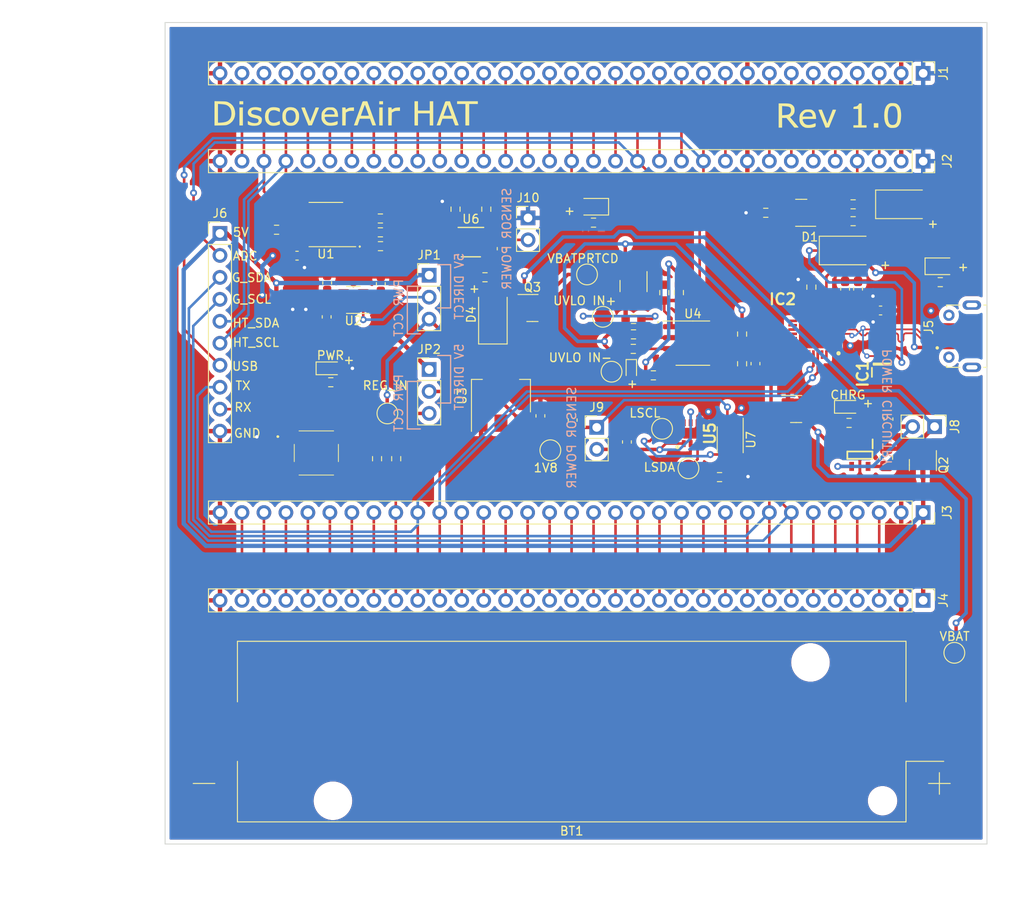
<source format=kicad_pcb>
(kicad_pcb (version 20211014) (generator pcbnew)
  (layers (0 "F.Cu" signal) (31 "B.Cu" signal) (34 "B.Paste" user) (35 "F.Paste" user) (36 "B.SilkS" user "B.Silkscreen") (37 "F.SilkS" user "F.Silkscreen") (38 "B.Mask" user) (39 "F.Mask" user) (44 "Edge.Cuts" user))
  (net 0 "")
  (net 1 "+3V0")
  (net 2 "GND")
  (net 3 "/Power/VBAT")
  (net 4 "/PC13")
  (net 5 "/PC14")
  (net 6 "/PC15")
  (net 7 "/PF0")
  (net 8 "/PF1")
  (net 9 "/NRST")
  (net 10 "/PC0")
  (net 11 "/PC1")
  (net 12 "/PC2")
  (net 13 "/PC3")
  (net 14 "/PA0")
  (net 15 "/PA1")
  (net 16 "/PA2")
  (net 17 "/PA3")
  (net 18 "/PF4")
  (net 19 "/PF5")
  (net 20 "/PA4")
  (net 21 "/PA5")
  (net 22 "/PA6")
  (net 23 "/PA7")
  (net 24 "/PC4")
  (net 25 "/PC5")
  (net 26 "/PB0")
  (net 27 "/PB1")
  (net 28 "/PB2")
  (net 29 "/PB10")
  (net 30 "/PB11")
  (net 31 "/PB12")
  (net 32 "+5V")
  (net 33 "/PB9")
  (net 34 "/PB8")
  (net 35 "VDD")
  (net 36 "/BOOT")
  (net 37 "/PB7")
  (net 38 "/PB6")
  (net 39 "/PB5")
  (net 40 "/PB4")
  (net 41 "/PB3")
  (net 42 "/PD2")
  (net 43 "/PC12")
  (net 44 "/PC11")
  (net 45 "/PC10")
  (net 46 "/PA15")
  (net 47 "/PA14")
  (net 48 "/PF7")
  (net 49 "/PF6")
  (net 50 "/PA13")
  (net 51 "/PA12")
  (net 52 "/PA11")
  (net 53 "/PA10")
  (net 54 "/PA9")
  (net 55 "/PA8")
  (net 56 "/PC9")
  (net 57 "/PC8")
  (net 58 "/PC7")
  (net 59 "/PC6")
  (net 60 "/PB15")
  (net 61 "/PB14")
  (net 62 "/PB13")
  (net 63 "Net-(C5-Pad1)")
  (net 64 "Net-(C6-Pad1)")
  (net 65 "Net-(C7-Pad2)")
  (net 66 "+1V8")
  (net 67 "Net-(C10-Pad1)")
  (net 68 "Net-(C11-Pad1)")
  (net 69 "Net-(C12-Pad1)")
  (net 70 "Net-(C13-Pad1)")
  (net 71 "VBUS")
  (net 72 "Net-(D1-Pad2)")
  (net 73 "Net-(D2-Pad1)")
  (net 74 "Net-(D3-Pad1)")
  (net 75 "/Power/REG_IN")
  (net 76 "Net-(D5-Pad1)")
  (net 77 "Net-(D5-Pad2)")
  (net 80 "/DN")
  (net 81 "/DP")
  (net 84 "Net-(IC2-Pad9)")
  (net 102 "Net-(IC3-Pad1)")
  (net 103 "Net-(IC3-Pad5)")
  (net 105 "Net-(TP9-Pad1)")
  (net 106 "Net-(Q1-Pad1)")
  (net 107 "/Power/UVLO_IN")
  (net 108 "Net-(Q5-Pad1)")
  (net 109 "Net-(R5-Pad2)")
  (net 110 "Net-(R6-Pad2)")
  (net 111 "Net-(R7-Pad2)")
  (net 112 "Net-(R8-Pad2)")
  (net 113 "Net-(R14-Pad2)")
  (net 114 "Net-(R18-Pad2)")
  (net 118 "/Power/VBAT_PRTCD")
  (net 119 "Net-(R20-Pad2)")
  (net 120 "Net-(TP10-Pad1)")
  (net 121 "/Power/Charger_In")
  (net 122 "/VBAT")
  (net 123 "Net-(D6-Pad1)")
  (net 124 "Net-(D7-Pad1)")
  (net 125 "Net-(D8-Pad1)")
  (net 126 "Net-(R26-Pad1)")
  (footprint "LED_SMD:LED_0805_2012Metric_Pad1.15x1.40mm_HandSolder" (layer "F.Cu") (at 171.704 91.186)
    (fp_text reference "D8")
    (fp_text value "USER")
  )
  (footprint "Diode_SMD:D_SOD-523" (layer "F.Cu") (at 135.89 103.124 -90)
    (fp_text reference "D5")
    (fp_text value "D_Zener")
  )
  (footprint "Connector_PinHeader_2.54mm:PinHeader_1x03_P2.54mm_Vertical" (layer "F.Cu") (at 112.522 92.217)
    (fp_text reference "JP1")
    (fp_text value "Jumper_3_Open")
  )
  (footprint "Resistor_SMD:R_0603_1608Metric_Pad0.98x0.95mm_HandSolder" (layer "F.Cu") (at 106.8965 88.86 180)
    (fp_text reference "R5")
    (fp_text value "4k7")
  )
  (footprint "Resistor_SMD:R_0603_1608Metric_Pad0.98x0.95mm_HandSolder" (layer "F.Cu") (at 148.694 99.026 -90)
    (fp_text reference "R12")
    (fp_text value "2.2M")
  )
  (footprint "Package_TO_SOT_SMD:SOT-223" (layer "F.Cu") (at 120.82 106.18 90)
    (fp_text reference "U3")
    (fp_text value "AMS1117-1.8")
  )
  (footprint "TestPoint:TestPoint_Pad_D2.0mm" (layer "F.Cu") (at 126.53 112.46)
    (fp_text reference "TP2")
    (fp_text value "1V8")
  )
  (footprint "Diode_SMD:D_SMA" (layer "F.Cu") (at 167.53 84.02)
    (fp_text reference "D2")
    (fp_text value "D_Schottky")
  )
  (footprint "Resistor_SMD:R_0603_1608Metric_Pad0.98x0.95mm_HandSolder" (layer "F.Cu") (at 156.7 93.6 90)
    (fp_text reference "R4")
    (fp_text value "4k7")
  )
  (footprint "Package_TO_SOT_SMD:SOT-23" (layer "F.Cu") (at 136.144 93.472 -90)
    (fp_text reference "Q5")
    (fp_text value "Q_PMOS_GSD")
  )
  (footprint "Connector_PinHeader_2.54mm:PinHeader_1x02_P2.54mm_Vertical" (layer "F.Cu") (at 170.947 109.728 -90)
    (fp_text reference "J8")
    (fp_text value "Conn_01x02_Male")
  )
  (footprint "Resistor_SMD:R_0603_1608Metric_Pad0.98x0.95mm_HandSolder" (layer "F.Cu") (at 101.15 104.6)
    (fp_text reference "R21")
    (fp_text value "150")
  )
  (footprint "Capacitor_SMD:C_0603_1608Metric_Pad1.08x0.95mm_HandSolder" (layer "F.Cu") (at 135.382 111.506 90)
    (fp_text reference "C12")
    (fp_text value "100nF")
  )
  (footprint "Capacitor_SMD:C_0603_1608Metric_Pad1.08x0.95mm_HandSolder" (layer "F.Cu") (at 165.61 108.86 90)
    (fp_text reference "C10")
    (fp_text value "1uF")
  )
  (footprint "TestPoint:TestPoint_Pad_D2.0mm" (layer "F.Cu") (at 139.446 109.982)
    (fp_text reference "TP10")
    (fp_text value "GAS_SCL")
  )
  (footprint "Battery:BatteryHolder_Keystone_1042_1x18650" (layer "F.Cu") (at 129 145 180)
    (fp_text reference "BT1")
    (fp_text value "Battery_Cell")
  )
  (footprint "Resistor_SMD:R_0603_1608Metric_Pad0.98x0.95mm_HandSolder" (layer "F.Cu") (at 151.43 85)
    (fp_text reference "R3")
    (fp_text value "4k7")
  )
  (footprint "Resistor_SMD:R_0805_2012Metric_Pad1.20x1.40mm_HandSolder" (layer "F.Cu") (at 165.354 113.284 90)
    (fp_text reference "R11")
    (fp_text value "5K1")
  )
  (footprint "Resistor_SMD:R_0603_1608Metric_Pad0.98x0.95mm_HandSolder" (layer "F.Cu") (at 138.44 103.8)
    (fp_text reference "R17")
    (fp_text value "100")
  )
  (footprint "LED_SMD:LED_0603_1608Metric_Pad1.05x0.95mm_HandSolder" (layer "F.Cu") (at 101.115 102.99)
    (fp_text reference "D6")
    (fp_text value "PWR")
  )
  (footprint "Package_TO_SOT_SMD:SOT-23" (layer "F.Cu") (at 155.53 85 180)
    (fp_text reference "Q1")
    (fp_text value "Q_NMOS_GSD")
  )
  (footprint "Resistor_SMD:R_0603_1608Metric_Pad0.98x0.95mm_HandSolder" (layer "F.Cu") (at 106.5 113.44 -90)
    (fp_text reference "R26")
    (fp_text value "300K")
  )
  (footprint "Capacitor_SMD:C_0603_1608Metric_Pad1.08x0.95mm_HandSolder" (layer "F.Cu") (at 100.734 93.1055 -90)
    (fp_text reference "C7")
    (fp_text value "10nF")
  )
  (footprint "Resistor_SMD:R_0603_1608Metric_Pad0.98x0.95mm_HandSolder" (layer "F.Cu") (at 106.884 87.26 180)
    (fp_text reference "R6")
    (fp_text value "4k7")
  )
  (footprint "Capacitor_SMD:C_0603_1608Metric_Pad1.08x0.95mm_HandSolder" (layer "F.Cu") (at 129.11 108.97 90)
    (fp_text reference "C8")
    (fp_text value "1uF")
  )
  (footprint "Resistor_SMD:R_0603_1608Metric_Pad0.98x0.95mm_HandSolder" (layer "F.Cu") (at 106.884 85.66 180)
    (fp_text reference "R7")
    (fp_text value "4k7")
  )
  (footprint "Package_SO:SSOP-8_2.95x2.8mm_P0.65mm" (layer "F.Cu") (at 147.32 111.252 -90)
    (fp_text reference "U7")
    (fp_text value "TXS0102DCT")
  )
  (footprint "Silkscreen:Rev1" (layer "F.Cu") (at 160 73.75)
    (fp_text reference "G***")
    (fp_text value "LOGO" hide)
  )
  (footprint "Capacitor_SMD:C_0603_1608Metric_Pad1.08x0.95mm_HandSolder" (layer "F.Cu") (at 100.674 97.038 -90)
    (fp_text reference "C9")
    (fp_text value "1uF")
  )
  (footprint "Connector_PinSocket_2.54mm:PinSocket_1x33_P2.54mm_Vertical" (layer "F.Cu") (at 169.625 79.027 -90)
    (fp_text reference "J2")
    (fp_text value "Conn_01x33_Female")
  )
  (footprint "LIB_SGPC3-2:SON80P245X245X90-7N" (layer "F.Cu") (at 142.748 110.49 90)
    (fp_text reference "U5")
    (fp_text value "SGP30-2.5k" hide)
  )
  (footprint "Resistor_SMD:R_0603_1608Metric_Pad0.98x0.95mm_HandSolder" (layer "F.Cu") (at 136.144 99.06)
    (fp_text reference "R14")
    (fp_text value "300K")
  )
  (footprint "Resistor_SMD:R_0603_1608Metric_Pad0.98x0.95mm_HandSolder" (layer "F.Cu") (at 139.7 94.234 -90)
    (fp_text reference "R18")
    (fp_text value "1M")
  )
  (footprint "Resistor_SMD:R_0603_1608Metric_Pad0.98x0.95mm_HandSolder" (layer "F.Cu") (at 146.0875 115.57)
    (fp_text reference "R20")
    (fp_text value "4k7")
  )
  (footprint "TestPoint:TestPoint_Pad_D2.0mm" (layer "F.Cu") (at 130.77 92.13)
    (fp_text reference "TP4")
    (fp_text value "UVLO_Out")
  )
  (footprint "Diode_SMD:D_SMA" (layer "F.Cu") (at 119.888 96.774 90)
    (fp_text reference "D4")
    (fp_text value "D_Schottky")
  )
  (footprint "Resistor_SMD:R_0603_1608Metric_Pad0.98x0.95mm_HandSolder" (layer "F.Cu") (at 136.12 100.74)
    (fp_text reference "R16")
    (fp_text value "150")
  )
  (footprint "Package_TO_SOT_SMD:SOT-23" (layer "F.Cu") (at 124.46 96.012)
    (fp_text reference "Q3")
    (fp_text value "Q_PMOS_GSD")
  )
  (footprint "TestPoint:TestPoint_Pad_D2.0mm" (layer "F.Cu") (at 142.494 114.554)
    (fp_text reference "TP9")
    (fp_text value "GAS_SDA")
  )
  (footprint "Resistor_SMD:R_0603_1608Metric_Pad0.98x0.95mm_HandSolder" (layer "F.Cu") (at 161.06 109.3)
    (fp_text reference "R9")
    (fp_text value "510")
  )
  (footprint "LED_SMD:LED_0603_1608Metric_Pad1.05x0.95mm_HandSolder" (layer "F.Cu") (at 161.036 107.442)
    (fp_text reference "D3")
    (fp_text value "CHRG")
  )
  (footprint "Resistor_SMD:R_0603_1608Metric_Pad0.98x0.95mm_HandSolder" (layer "F.Cu") (at 171.6 93.02)
    (fp_text reference "R25")
    (fp_text value "150")
  )
  (footprint "SMF05CT1G:SOT65P210X110-6N" (layer "F.Cu") (at 164.9 102.5 90)
    (fp_text reference "IC1")
    (fp_text value "SMF05CT1G" hide)
  )
  (footprint "TP4054-42-SOT25-R:SOT95P280X100-5N" (layer "F.Cu") (at 162.306 113.03 -90)
    (fp_text reference "IC3")
    (fp_text value "TP4054-42-SOT25-R" hide)
  )
  (footprint "Resistor_SMD:R_0603_1608Metric_Pad0.98x0.95mm_HandSolder" (layer "F.Cu") (at 119.126 84.582 90)
    (fp_text reference "R22")
    (fp_text value "4k7")
  )
  (footprint "Silkscreen:DiscoverAir" (layer "F.Cu") (at 102.75 73.5)
    (fp_text reference "G***")
    (fp_text value "LOGO" hide)
  )
  (footprint "TestPoint:TestPoint_Pad_D2.0mm" (layer "F.Cu") (at 133.604 103.378)
    (fp_text reference "TP8")
    (fp_text value "UVLO V-")
  )
  (footprint "Resistor_SMD:R_0603_1608Metric_Pad0.98x0.95mm_HandSolder" (layer "F.Cu") (at 118.9755 92.456)
    (fp_text reference "R10")
    (fp_text value "4k7")
  )
  (footprint "Package_SO:SOIC-8_3.9x4.9mm_P1.27mm" (layer "F.Cu") (at 143.002 100.076)
    (fp_text reference "U4")
    (fp_text value "LM358")
  )
  (footprint "TestPoint:TestPoint_Pad_D2.0mm" (layer "F.Cu") (at 132.588 97.028)
    (fp_text reference "TP7")
    (fp_text value "UVLO V+")
  )
  (footprint "Connector_PinHeader_2.54mm:PinHeader_1x33_P2.54mm_Vertical" (layer "F.Cu") (at 169.625 68.867 -90)
    (fp_text reference "J1")
    (fp_text value "Conn_01x33_Female")
  )
  (footprint "Package_TO_SOT_SMD:SOT-23" (layer "F.Cu") (at 154.94 107.696)
    (fp_text reference "Q4")
    (fp_text value "Q_PMOS_GSD")
  )
  (footprint "Resistor_SMD:R_0603_1608Metric_Pad0.98x0.95mm_HandSolder" (layer "F.Cu") (at 115.57 84.582 90)
    (fp_text reference "R23")
    (fp_text value "4k7")
  )
  (footprint "Connector_PinHeader_2.54mm:PinHeader_1x02_P2.54mm_Vertical" (layer "F.Cu") (at 123.952 85.593)
    (fp_text reference "J10")
    (fp_text value "Conn_01x02_Male")
  )
  (footprint "TestPoint:TestPoint_Pad_D2.0mm" (layer "F.Cu") (at 173.228 135.89)
    (fp_text reference "TP6")
    (fp_text value "VBAT")
  )
  (footprint "Resistor_SMD:R_0603_1608Metric_Pad0.98x0.95mm_HandSolder" (layer "F.Cu") (at 161.53 84.02)
    (fp_text reference "R1")
    (fp_text value "4k7")
  )
  (footprint "TS-1187A-B-A-B:TS1187ABAB" (layer "F.Cu") (at 99.48 112.78)
    (fp_text reference "S1")
    (fp_text value "TS-1187A-B-A-B" hide)
  )
  (footprint "Resistor_SMD:R_0603_1608Metric_Pad0.98x0.95mm_HandSolder" (layer "F.Cu") (at 148.694 102.46 -90)
    (fp_text reference "R13")
    (fp_text value "1M")
  )
  (footprint "Connector_PinHeader_2.54mm:PinHeader_1x02_P2.54mm_Vertical" (layer "F.Cu") (at 131.89 109.82)
    (fp_text reference "J9")
    (fp_text value "Conn_01x02_Male")
  )
  (footprint "Package_TO_SOT_SMD:SOT-23-5" (layer "F.Cu") (at 103.764 95.078 180)
    (fp_text reference "U2")
    (fp_text value "SGM2007-3.3XN5/TR")
  )
  (footprint "Resistor_SMD:R_0603_1608Metric_Pad0.98x0.95mm_HandSolder" (layer "F.Cu") (at 94.884 86.96)
    (fp_text reference "R8")
    (fp_text value "4k7")
  )
  (footprint "Package_SO:SOIC-8_3.9x4.9mm_P1.27mm" (layer "F.Cu") (at 100.584 86.36 180)
    (fp_text reference "U1")
    (fp_text value "CAT24C256")
  )
  (footprint "Capacitor_SMD:C_0603_1608Metric_Pad1.08x0.95mm_HandSolder" (layer "F.Cu") (at 162.1 93.8 90)
    (fp_text reference "C2")
    (fp_text value "100nF")
  )
  (footprint "Capacitor_SMD:C_0603_1608Metric_Pad1.08x0.95mm_HandSolder" (layer "F.Cu") (at 125.38 108.4875 90)
    (fp_text reference "C6")
    (fp_text value "1uF")
  )
  (footprint "Connector_PinHeader_2.54mm:PinHeader_1x33_P2.54mm_Vertical" (layer "F.Cu") (at 169.625 129.827 -90)
    (fp_text reference "J4")
    (fp_text value "Conn_01x33_Female")
  )
  (footprint "Capacitor_SMD:C_0603_1608Metric_Pad1.08x0.95mm_HandSolder" (layer "F.Cu") (at 160.6 93.8 90)
    (fp_text reference "C1")
    (fp_text value "1uF")
  )
  (footprint "TestPoint:TestPoint_Pad_D2.0mm" (layer "F.Cu") (at 107.696 108.204)
    (fp_text reference "TP5")
    (fp_text value "REG_IN")
  )
  (footprint "CP2102-GMR:QFN50P500X500X100-29N-D" (layer "F.Cu") (at 156.94 99 180)
    (fp_text reference "IC2")
    (fp_text value "CP2102-GMR" hide)
  )
  (footprint "Resistor_SMD:R_0603_1608Metric_Pad0.98x0.95mm_HandSolder" (layer "F.Cu") (at 131.52 86.14 180)
    (fp_text reference "R24")
    (fp_text value "150")
  )
  (footprint "Resistor_SMD:R_0603_1608Metric_Pad0.98x0.95mm_HandSolder" (layer "F.Cu") (at 141.39 94.23 90)
    (fp_text reference "R19")
    (fp_text value "2.2M")
  )
  (footprint "Connector_PinSocket_2.54mm:PinSocket_1x33_P2.54mm_Vertical" (layer "F.Cu") (at 169.625 119.667 -90)
    (fp_text reference "J3")
    (fp_text value "Conn_01x33_Female")
  )
  (footprint "Diode_SMD:D_SMA" (layer "F.Cu") (at 161.02 89.36)
    (fp_text reference "D1")
    (fp_text value "D_Schottky")
  )
  (footprint "Capacitor_SMD:C_0603_1608Metric_Pad1.08x0.95mm_HandSolder" (layer "F.Cu") (at 106.934 93.218 90)
    (fp_text reference "C5")
    (fp_text value "1uF")
  )
  (footprint "MICROXNJ:SHOUHAN_MICROXNJ" (layer "F.Cu") (at 177 99.27325 -90)
    (fp_text reference "J5")
    (fp_text value "USB_B_Micro")
  )
  (footprint "Resistor_SMD:R_0603_1608Metric_Pad0.98x0.95mm_HandSolder" (layer "F.Cu") (at 108.712 113.44 -90)
    (fp_text reference "R27")
    (fp_text value "150")
  )
  (footprint "Resistor_SMD:R_0603_1608Metric_Pad0.98x0.95mm_HandSolder" (layer "F.Cu") (at 161.53 85.97)
    (fp_text reference "R2")
    (fp_text value "4k7")
  )
  (footprint "Package_SON:Texas_PWSON-N6" (layer "F.Cu") (at 117.348 88.392)
    (fp_text reference "U6")
    (fp_text value "HDC1080")
  )
  (footprint "Capacitor_SMD:C_0603_1608Metric_Pad1.08x0.95mm_HandSolder" (layer "F.Cu") (at 97.25 89.96 180)
    (fp_text reference "C4")
    (fp_text value "100nF")
  )
  (footprint "Capacitor_SMD:C_0603_1608Metric_Pad1.08x0.95mm_HandSolder" (layer "F.Cu") (at 164.7 96.3)
    (fp_text reference "C3")
    (fp_text value "100nF")
  )
  (footprint "Package_TO_SOT_SMD:SOT-23" (layer "F.Cu") (at 169.59 114.18 -90)
    (fp_text reference "Q2")
    (fp_text value "Q_PMOS_GSD")
  )
  (footprint "Connector_PinHeader_2.54mm:PinHeader_1x10_P2.54mm_Vertical" (layer "F.Cu") (at 88.34 87.39)
    (fp_text reference "J6")
    (fp_text value "Conn_01x10_Male")
  )
  (footprint "Connector_PinHeader_2.54mm:PinHeader_1x03_P2.54mm_Vertical" (layer "F.Cu") (at 112.522 103.124)
    (fp_text reference "JP2")
    (fp_text value "Jumper_3_Open")
  )
  (footprint "Capacitor_SMD:C_0603_1608Metric_Pad1.08x0.95mm_HandSolder" (layer "F.Cu") (at 150.242 102.4475 -90)
    (fp_text reference "C11")
    (fp_text value "1uF")
  )
  (footprint "Resistor_SMD:R_0603_1608Metric_Pad0.98x0.95mm_HandSolder" (layer "F.Cu") (at 136.144 97.282 180)
    (fp_text reference "R15")
    (fp_text value "1M")
  )
  (footprint "LED_SMD:LED_0805_2012Metric_Pad1.15x1.40mm_HandSolder" (layer "F.Cu") (at 131.4 84.3 180)
    (fp_text reference "D7")
    (fp_text value "USER")
  )
  (footprint "Capacitor_SMD:C_0603_1608Metric_Pad1.08x0.95mm_HandSolder" (layer "F.Cu") (at 120.904 89.154 -90)
    (fp_text reference "C13")
    (fp_text value "100nF")
  )
  (gr_line (start 110 99) (end 110 93.5) (layer "B.SilkS") (width 0.15))
  (gr_line (start 113.5 91) (end 115 91) (layer "B.SilkS") (width 0.15))
  (gr_line (start 110 110) (end 111.5 110) (layer "B.SilkS") (width 0.15))
  (gr_line (start 110 93.5) (end 111.5 93.5) (layer "B.SilkS") (width 0.15))
  (gr_line (start 111.5 99) (end 110 99) (layer "B.SilkS") (width 0.15))
  (gr_line (start 115 101.5) (end 115 107) (layer "B.SilkS") (width 0.15))
  (gr_line (start 110 104.5) (end 110 110) (layer "B.SilkS") (width 0.15))
  (gr_line (start 115 91) (end 115 96) (layer "B.SilkS") (width 0.15))
  (gr_line (start 113.5 101.5) (end 115 101.5) (layer "B.SilkS") (width 0.15))
  (gr_line (start 115 96) (end 113.5 96) (layer "B.SilkS") (width 0.15))
  (gr_line (start 115 107) (end 113.5 107) (layer "B.SilkS") (width 0.15))
  (gr_line (start 111.5 104.5) (end 110 104.5) (layer "B.SilkS") (width 0.15))
  (gr_line (start 82 63) (end 177 63) (layer "Edge.Cuts") (width 0.1))
  (gr_line (start 177 63) (end 177 158) (layer "Edge.Cuts") (width 0.1))
  (gr_line (start 177 158) (end 82 158) (layer "Edge.Cuts") (width 0.1))
  (gr_line (start 82 158) (end 82 63) (layer "Edge.Cuts") (width 0.1))
  (gr_text "POWER CIRCUITRY" (at 165.5 107.5 90) (layer "B.SilkS") (effects (font (size 1 1)) (justify mirror)))
  (gr_text "SENSOR POWER" (at 121.5 88 90) (layer "B.SilkS") (effects (font (size 1 1)) (justify mirror)))
  (gr_text "SENSOR POWER" (at 129 111 90) (layer "B.SilkS") (effects (font (size 1 1)) (justify mirror)))
  (gr_text "5V DIRECT" (at 116 104 90) (layer "B.SilkS") (effects (font (size 1 1)) (justify mirror)))
  (gr_text "5V DIRECT" (at 116 93.5 90) (layer "B.SilkS") (effects (font (size 1 1)) (justify mirror)))
  (gr_text "PWR CCT" (at 109 107 90) (layer "B.SilkS") (effects (font (size 1 1)) (justify mirror)))
  (gr_text "PWR CCT" (at 109 96 90) (layer "B.SilkS") (effects (font (size 1 1)) (justify mirror)))
  (gr_text "+" (at 170.75 86.25) (layer "F.SilkS") (effects (font (size 1 1))))
  (gr_text "USB" (at 91.25 102.75) (layer "F.SilkS") (effects (font (size 1 1))))
  (gr_text "REG_IN" (at 107.45 104.98) (layer "F.SilkS") (effects (font (size 1 1))))
  (gr_text "HT_SDA" (at 92.5 97.75) (layer "F.SilkS") (effects (font (size 1 1))))
  (gr_text "LSDA" (at 139.14 114.43) (layer "F.SilkS") (effects (font (size 1 1))))
  (gr_text "+" (at 103.25 102) (layer "F.SilkS") (effects (font (size 1 1))))
  (gr_text "+" (at 174.25 91.25) (layer "F.SilkS") (effects (font (size 1 1))))
  (gr_text "+" (at 165.25 91) (layer "F.SilkS") (effects (font (size 1 1))))
  (gr_text "GND" (at 91.5 110.5) (layer "F.SilkS") (effects (font (size 1 1))))
  (gr_text "." (at 139 97.25) (layer "F.SilkS") (effects (font (size 1 1))))
  (gr_text "ADC" (at 91.25 90) (layer "F.SilkS") (effects (font (size 1 1))))
  (gr_text "UVLO IN-" (at 130 101.75) (layer "F.SilkS") (effects (font (size 1 1))))
  (gr_text "VBAT" (at 173.26 133.99) (layer "F.SilkS") (effects (font (size 1 1))))
  (gr_text "G_SCL" (at 92 95) (layer "F.SilkS") (effects (font (size 1 1))))
  (gr_text "LSCL" (at 137.46 108.16) (layer "F.SilkS") (effects (font (size 1 1))))
  (gr_text "G_SDA" (at 92 92.5) (layer "F.SilkS") (effects (font (size 1 1))))
  (gr_text "+" (at 117.75 93.75) (layer "F.SilkS") (effects (font (size 1 1))))
  (gr_text "TX" (at 91 105) (layer "F.SilkS") (effects (font (size 1 1))))
  (gr_text "+" (at 136 104.75) (layer "F.SilkS") (effects (font (size 1 1))))
  (gr_text "RX" (at 91 107.5) (layer "F.SilkS") (effects (font (size 1 1))))
  (gr_text "VBATPRTCD" (at 130.3 90.29) (layer "F.SilkS") (effects (font (size 1 1))))
  (gr_text "+" (at 128.75 84.75) (layer "F.SilkS") (effects (font (size 1 1))))
  (gr_text "UVLO IN+" (at 130.51 95.17) (layer "F.SilkS") (effects (font (size 1 1))))
  (gr_text "5V" (at 90.75 87.25) (layer "F.SilkS") (effects (font (size 1 1))))
  (gr_text "HT_SCL" (at 92.5 100) (layer "F.SilkS") (effects (font (size 1 1))))
  (gr_text "1V8" (at 126 114.5) (layer "F.SilkS") (effects (font (size 1 1))))
  (gr_text "+" (at 163.25 107) (layer "F.SilkS") (effects (font (size 1 1))))
  (gr_text "." (at 104.5 88.5) (layer "F.SilkS") (effects (font (size 1 1))))
  (segment (start 162 96.3) (end 163.8375 96.3) (width 0.3) (layer "F.Cu") (net 1))
  (segment (start 163.84 97.63) (end 163.84 96.3025) (width 0.4) (layer "F.Cu") (net 1))
  (segment (start 100.8215 96.028) (end 100.674 96.1755) (width 0.3) (layer "F.Cu") (net 1))
  (segment (start 102.6265 96.028) (end 100.8215 96.028) (width 0.3) (layer "F.Cu") (net 1))
  (segment (start 159.7375 94.6625) (end 160.6 94.6625) (width 0.3) (layer "F.Cu") (net 1))
  (segment (start 96.7555 96.1755) (end 96.75 96.17) (width 0.3) (layer "F.Cu") (net 1))
  (segment (start 115.57 83.6695) (end 114.0505 83.6695) (width 0.3) (layer "F.Cu") (net 1))
  (segment (start 114.0505 83.6695) (end 114.04 83.68) (width 0.3) (layer "F.Cu") (net 1))
  (segment (start 100.674 96.1755) (end 98.2645 96.1755) (width 0.3) (layer "F.Cu") (net 1))
  (segment (start 98.1125 91.3275) (end 98.11 91.33) (width 0.3) (layer "F.Cu") (net 1))
  (segment (start 98.1125 89.96) (end 98.1125 91.3275) (width 0.3) (layer "F.Cu") (net 1))
  (segment (start 98.2645 96.1755) (end 96.7555 96.1755) (width 0.3) (layer "F.Cu") (net 1))
  (segment (start 169.625 68.867) (end 169.625 79.027) (width 0.3) (layer "F.Cu") (net 1))
  (segment (start 159.34 97.5) (end 159.34 95.06) (width 0.3) (layer "F.Cu") (net 1))
  (segment (start 156.7 92.6875) (end 155.2025 92.6875) (width 0.4) (layer "F.Cu") (net 1))
  (segment (start 155.2025 92.6875) (end 155.18 92.71) (width 0.4) (layer "F.Cu") (net 1))
  (segment (start 162.1 94.6625) (end 163.7975 94.6625) (width 0.4) (layer "F.Cu") (net 1))
  (segment (start 98.1125 88.2685) (end 98.109 88.265) (width 0.3) (layer "F.Cu") (net 1))
  (segment (start 150.5175 85) (end 149.15 85) (width 0.3) (layer "F.Cu") (net 1))
  (segment (start 159.34 98) (end 160.3 98) (width 0.3) (layer "F.Cu") (net 1))
  (segment (start 160.6 94.6625) (end 162.1 94.6625) (width 0.4) (layer "F.Cu") (net 1))
  (segment (start 159.34 95.06) (end 159.7375 94.6625) (width 0.3) (layer "F.Cu") (net 1))
  (segment (start 160.3 98) (end 162 96.3) (width 0.3) (layer "F.Cu") (net 1))
  (segment (start 101.99 102.99) (end 103.65 102.99) (width 0.3) (layer "F.Cu") (net 1))
  (segment (start 163.84 96.3025) (end 163.8375 96.3) (width 0.4) (layer "F.Cu") (net 1))
  (segment (start 147.645 113.775) (end 149.38 115.51) (width 0.3) (layer "F.Cu") (net 1))
  (segment (start 96.48 110.905) (end 92.605 110.905) (width 0.3) (layer "F.Cu") (net 1))
  (segment (start 92.605 110.905) (end 92.6 110.91) (width 0.3) (layer "F.Cu") (net 1))
  (segment (start 123.952 85.593) (end 122.493 85.593) (width 0.3) (layer "F.Cu") (net 1))
  (segment (start 98.1125 89.96) (end 98.1125 88.2685) (width 0.3) (layer "F.Cu") (net 1))
  (segment (start 163.7975 94.6625) (end 163.82 94.64) (width 0.4) (layer "F.Cu") (net 1))
  (segment (start 147.645 112.952) (end 147.645 113.775) (width 0.3) (layer "F.Cu") (net 1))
  (segment (start 122.493 85.593) (end 120.5695 83.6695) (width 0.3) (layer "F.Cu") (net 1))
  (segment (start 120.5695 83.6695) (end 119.126 83.6695) (width 0.3) (layer "F.Cu") (net 1))
  (via (at 149.15 85) (size 0.8) (drill 0.4) (layers "F.Cu" "B.Cu") (net 1))
  (via (at 103.65 102.99) (size 0.8) (drill 0.4) (layers "F.Cu" "B.Cu") (net 1))
  (via (at 114.04 83.68) (size 0.8) (drill 0.4) (layers "F.Cu" "B.Cu") (net 1))
  (via (at 92.6 110.91) (size 0.8) (drill 0.4) (layers "F.Cu" "B.Cu") (net 1))
  (via (at 98.11 91.33) (size 0.8) (drill 0.4) (layers "F.Cu" "B.Cu") (net 1))
  (via (at 149.38 115.51) (size 0.8) (drill 0.4) (layers "F.Cu" "B.Cu") (net 1))
  (via (at 163.82 94.64) (size 0.8) (drill 0.4) (layers "F.Cu" "B.Cu") (net 1))
  (via (at 155.18 92.71) (size 0.8) (drill 0.4) (layers "F.Cu" "B.Cu") (net 1))
  (via (at 163.84 97.63) (size 0.8) (drill 0.4) (layers "F.Cu" "B.Cu") (net 1))
  (via (at 98.2645 96.1755) (size 0.8) (drill 0.4) (layers "F.Cu" "B.Cu") (net 1))
  (via (at 96.75 96.17) (size 0.8) (drill 0.4) (layers "F.Cu" "B.Cu") (net 1))
  (segment (start 157.44 99.5) (end 156.94 99) (width 0.3) (layer "F.Cu") (net 2))
  (segment (start 172.6625 97.97325) (end 171.42325 97.97325) (width 0.4) (layer "F.Cu") (net 2))
  (segment (start 143.76 108.34) (end 144.09 108.01) (width 0.3) (layer "F.Cu") (net 2))
  (segment (start 171.42325 97.97325) (end 170.8 97.35) (width 0.4) (layer "F.Cu") (net 2))
  (segment (start 142.748 112.582) (end 142.748 111.69) (width 0.25) (layer "F.Cu") (net 2))
  (segment (start 88.345 119.667) (end 88.345 129.827) (width 0.3) (layer "F.Cu") (net 2))
  (segment (start 143.548 109.29) (end 143.548 108.552) (width 0.3) (layer "F.Cu") (net 2))
  (segment (start 142.748 111.69) (end 142.748 110.49) (width 0.25) (layer "F.Cu") (net 2))
  (segment (start 147.645 108.545) (end 148.61 107.58) (width 0.3) (layer "F.Cu") (net 2))
  (segment (start 88.345 68.867) (end 88.345 79.027) (width 0.3) (layer "F.Cu") (net 2))
  (segment (start 159.34 99.5) (end 157.44 99.5) (width 0.3) (layer "F.Cu") (net 2))
  (segment (start 149.305 68.867) (end 149.305 79.027) (width 0.3) (layer "F.Cu") (net 2))
  (segment (start 160.32 99.5) (end 161.19 100.37) (width 0.3) (layer "F.Cu") (net 2))
  (segment (start 142.748 112.582) (end 142.72 112.61) (width 0.25) (layer "F.Cu") (net 2))
  (segment (start 164.9 103.45) (end 164.9 105.73) (width 0.3) (layer "F.Cu") (net 2))
  (segment (start 159.34 99.5) (end 160.32 99.5) (width 0.3) (layer "F.Cu") (net 2))
  (segment (start 143.548 109.29) (end 143.548 109.69) (width 0.3) (layer "F.Cu") (net 2))
  (segment (start 147.645 109.552) (end 147.645 108.545) (width 0.3) (layer "F.Cu") (net 2))
  (segment (start 167.085 119.667) (end 167.085 129.827) (width 0.3) (layer "F.Cu") (net 2))
  (segment (start 170.8 97.35) (end 170.52 97.07) (width 0.4) (layer "F.Cu") (net 2))
  (segment (start 96.3875 89.96) (end 94.44 89.96) (width 0.5) (layer "F.Cu") (net 2))
  (segment (start 170.52 97.07) (end 170.52 96.33) (width 0.4) (layer "F.Cu") (net 2))
  (segment (start 144.09 108.01) (end 144.8 108.01) (width 0.3) (layer "F.Cu") (net 2))
  (segment (start 143.548 109.69) (end 142.748 110.49) (width 0.3) (layer "F.Cu") (net 2))
  (segment (start 167.085 68.867) (end 167.085 79.027) (width 0.3) (layer "F.Cu") (net 2))
  (segment (start 143.548 108.552) (end 143.76 108.34) (width 0.3) (layer "F.Cu") (net 2))
  (via (at 93.24 94.51) (size 0.8) (drill 0.4) (layers "F.Cu" "B.Cu") (net 2))
  (via (at 170.52 96.33) (size 0.8) (drill 0.4) (layers "F.Cu" "B.Cu") (net 2))
  (via (at 148.61 107.58) (size 0.8) (drill 0.4) (layers "F.Cu" "B.Cu") (net 2))
  (via (at 161.19 100.37) (size 0.8) (drill 0.4) (layers "F.Cu" "B.Cu") (net 2))
  (via (at 94.44 89.96) (size 0.8) (drill 0.4) (layers "F.Cu" "B.Cu") (net 2))
  (via (at 144.8 108.01) (size 0.8) (drill 0.4) (layers "F.Cu" "B.Cu") (net 2))
  (segment (start 94.44 89.96) (end 93.24 91.16) (width 0.5) (layer "B.Cu") (net 2))
  (segment (start 93.24 91.16) (end 93.24 94.51) (width 0.5) (layer "B.Cu") (net 2))
  (segment (start 173.43 135.688) (end 173.228 135.89) (width 0.4) (layer "F.Cu") (net 3))
  (segment (start 173.228 140.102) (end 168.33 145) (width 0.4) (layer "F.Cu") (net 3))
  (segment (start 155.8775 108.7875) (end 155.8775 107.696) (width 0.4) (layer "F.Cu") (net 3))
  (segment (start 161.356 111.73) (end 158.82 111.73) (width 0.4) (layer "F.Cu") (net 3))
  (segment (start 173.43 132.44) (end 173.43 135.688) (width 0.4) (layer "F.Cu") (net 3))
  (segment (start 157.46 110.37) (end 155.8775 108.7875) (width 0.4) (layer "F.Cu") (net 3))
  (segment (start 158.82 111.73) (end 157.46 110.37) (width 0.4) (layer "F.Cu") (net 3))
  (segment (start 173.228 135.89) (end 173.228 140.102) (width 0.4) (layer "F.Cu") (net 3))
  (via (at 157.46 110.37) (size 0.8) (drill 0.4) (layers "F.Cu" "B.Cu") (net 3))
  (via (at 173.43 132.44) (size 0.8) (drill 0.4) (layers "F.Cu" "B.Cu") (net 3))
  (segment (start 171.97 115.47) (end 174.59 118.09) (width 0.4) (layer "B.Cu") (net 3))
  (segment (start 169.72 115.47) (end 171.97 115.47) (width 0.4) (layer "B.Cu") (net 3))
  (segment (start 158.59 115.36) (end 158.7 115.47) (width 0.4) (layer "B.Cu") (net 3))
  (segment (start 174.59 118.09) (end 174.59 131.28) (width 0.4) (layer "B.Cu") (net 3))
  (segment (start 174.59 131.28) (end 173.43 132.44) (width 0.4) (layer "B.Cu") (net 3))
  (segment (start 157.46 114.23) (end 158.59 115.36) (width 0.4) (layer "B.Cu") (net 3))
  (segment (start 157.46 110.37) (end 157.46 114.23) (width 0.4) (layer "B.Cu") (net 3))
  (segment (start 158.7 115.47) (end 169.72 115.47) (width 0.4) (layer "B.Cu") (net 3))
  (segment (start 172.729 91.186) (end 172.729 81.639) (width 0.3) (layer "F.Cu") (net 4))
  (segment (start 162.005 68.867) (end 162.005 79.027) (width 0.3) (layer "F.Cu") (net 4))
  (segment (start 172.1 81.01) (end 162.71 81.01) (width 0.3) (layer "F.Cu") (net 4))
  (segment (start 172.729 81.639) (end 172.1 81.01) (width 0.3) (layer "F.Cu") (net 4))
  (segment (start 162.005 80.305) (end 162.005 79.027) (width 0.3) (layer "F.Cu") (net 4))
  (segment (start 162.71 81.01) (end 162.005 80.305) (width 0.3) (layer "F.Cu") (net 4))
  (segment (start 159.465 68.867) (end 159.465 79.027) (width 0.3) (layer "F.Cu") (net 5))
  (segment (start 156.925 68.867) (end 156.925 79.027) (width 0.3) (layer "F.Cu") (net 6))
  (segment (start 154.385 68.867) (end 154.385 79.027) (width 0.3) (layer "F.Cu") (net 7))
  (segment (start 151.845 68.867) (end 151.845 79.027) (width 0.3) (layer "F.Cu") (net 8))
  (segment (start 146.765 68.867) (end 146.765 79.027) (width 0.3) (layer "F.Cu") (net 9))
  (segment (start 144.225 80.675) (end 144.225 79.027) (width 0.3) (layer "F.Cu") (net 10))
  (segment (start 145.46 81.91) (end 144.225 80.675) (width 0.3) (layer "F.Cu") (net 10))
  (segment (start 152.3425 85) (end 149.2525 81.91) (width 0.3) (layer "F.Cu") (net 10))
  (segment (start 84.2 80.63) (end 84.2 98.49) (width 0.3) (layer "F.Cu") (net 10))
  (segment (start 144.225 68.867) (end 144.225 79.027) (width 0.3) (layer "F.Cu") (net 10))
  (segment (start 84.2 98.49) (end 88.34 102.63) (width 0.3) (layer "F.Cu") (net 10))
  (segment (start 149.2525 81.91) (end 145.46 81.91) (width 0.3) (layer "F.Cu") (net 10))
  (segment (start 154.5925 85) (end 152.3425 85) (width 0.3) (layer "F.Cu") (net 10))
  (via (at 84.2 80.63) (size 0.8) (drill 0.4) (layers "F.Cu" "B.Cu") (net 10))
  (segment (start 141.56848 76.37048) (end 134.241091 76.370481) (width 0.3) (layer "B.Cu") (net 10))
  (segment (start 87.543092 76.37048) (end 84.2 79.713572) (width 0.3) (layer "B.Cu") (net 10))
  (segment (start 88.08 76.37048) (end 87.543092 76.37048) (width 0.3) (layer "B.Cu") (net 10))
  (segment (start 134.241091 76.370481) (end 88.08 76.37048) (width 0.3) (layer "B.Cu") (net 10))
  (segment (start 144.225 79.027) (end 141.56848 76.37048) (width 0.3) (layer "B.Cu") (net 10))
  (segment (start 84.2 79.713572) (end 84.2 80.63) (width 0.3) (layer "B.Cu") (net 10))
  (segment (start 141.685 68.867) (end 141.685 79.027) (width 0.3) (layer "F.Cu") (net 11))
  (segment (start 139.145 68.867) (end 139.145 79.027) (width 0.3) (layer "F.Cu") (net 12))
  (segment (start 144.381 99.441) (end 143.79 98.85) (width 0.3) (layer "F.Cu") (net 13))
  (segment (start 85.29 86.88) (end 88.34 89.93) (width 0.3) (layer "F.Cu") (net 13))
  (segment (start 145.477 99.441) (end 144.381 99.441) (width 0.3) (layer "F.Cu") (net 13))
  (segment (start 85.29 82.7) (end 85.29 86.88) (width 0.3) (layer "F.Cu") (net 13))
  (segment (start 145.477 100.711) (end 145.477 99.441) (width 0.3) (layer "F.Cu") (net 13))
  (segment (start 142.9 85.322) (end 136.605 79.027) (width 0.3) (layer "F.Cu") (net 13))
  (segment (start 136.605 68.867) (end 136.605 79.027) (width 0.3) (layer "F.Cu") (net 13))
  (segment (start 143.79 86.212) (end 142.9 85.322) (width 0.3) (layer "F.Cu") (net 13))
  (segment (start 143.79 98.85) (end 143.79 86.212) (width 0.3) (layer "F.Cu") (net 13))
  (via (at 85.29 82.7) (size 0.8) (drill 0.4) (layers "F.Cu" "B.Cu") (net 13))
  (segment (start 85.68 78.94) (end 85.29 79.33) (width 0.3) (layer "B.Cu") (net 13))
  (segment (start 87.75 76.87) (end 85.68 78.94) (width 0.3) (layer "B.Cu") (net 13))
  (segment (start 88.01 76.87) (end 87.75 76.87) (width 0.3) (layer "B.Cu") (net 13))
  (segment (start 136.605 79.027) (end 134.448 76.87) (width 0.3) (layer "B.Cu") (net 13))
  (segment (start 134.448 76.87) (end 88.01 76.87) (width 0.3) (layer "B.Cu") (net 13))
  (segment (start 85.29 79.33) (end 85.29 82.7) (width 0.3) (layer "B.Cu") (net 13))
  (segment (start 134.065 68.867) (end 134.065 79.027) (width 0.3) (layer "F.Cu") (net 14))
  (segment (start 131.525 68.867) (end 131.525 79.027) (width 0.3) (layer "F.Cu") (net 15))
  (segment (start 129.33 84.3) (end 128.985 83.955) (width 0.3) (layer "F.Cu") (net 16))
  (segment (start 128.985 68.867) (end 128.985 79.027) (width 0.3) (layer "F.Cu") (net 16))
  (segment (start 128.985 83.955) (end 128.985 79.027) (width 0.3) (layer "F.Cu") (net 16))
  (segment (start 130.375 84.3) (end 129.33 84.3) (width 0.3) (layer "F.Cu") (net 16))
  (segment (start 126.445 68.867) (end 126.445 79.027) (width 0.3) (layer "F.Cu") (net 17))
  (segment (start 123.905 68.867) (end 123.905 79.027) (width 0.3) (layer "F.Cu") (net 18))
  (segment (start 121.365 68.867) (end 121.365 79.027) (width 0.3) (layer "F.Cu") (net 19))
  (segment (start 118.825 68.867) (end 118.825 79.027) (width 0.3) (layer "F.Cu") (net 20))
  (segment (start 116.285 68.867) (end 116.285 79.027) (width 0.3) (layer "F.Cu") (net 21))
  (segment (start 113.745 68.867) (end 113.745 79.027) (width 0.3) (layer "F.Cu") (net 22))
  (segment (start 111.205 68.867) (end 111.205 79.027) (width 0.3) (layer "F.Cu") (net 23))
  (segment (start 108.665 68.867) (end 108.665 79.027) (width 0.3) (layer "F.Cu") (net 24))
  (segment (start 106.125 68.867) (end 106.125 79.027) (width 0.3) (layer "F.Cu") (net 25))
  (segment (start 103.585 68.867) (end 103.585 79.027) (width 0.3) (layer "F.Cu") (net 26))
  (segment (start 101.045 68.867) (end 101.045 79.027) (width 0.3) (layer "F.Cu") (net 27))
  (segment (start 98.505 68.867) (end 98.505 79.027) (width 0.3) (layer "F.Cu") (net 28))
  (segment (start 119.126 85.4945) (end 118.02711 85.4945) (width 0.3) (layer "F.Cu") (net 29))
  (segment (start 119.126 87.064) (end 118.748 87.442) (width 0.3) (layer "F.Cu") (net 29))
  (segment (start 95.965 81.285) (end 95.965 79.027) (width 0.3) (layer "F.Cu") (net 29))
  (segment (start 98.109 84.455) (end 98.109 83.429) (width 0.3) (layer "F.Cu") (net 29))
  (segment (start 98.109 83.429) (end 95.965 81.285) (width 0.3) (layer "F.Cu") (net 29))
  (segment (start 117.599519 82.069519) (end 117.073695 81.543695) (width 0.3) (layer "F.Cu") (net 29))
  (segment (start 119.126 85.4945) (end 119.126 87.064) (width 0.3) (layer "F.Cu") (net 29))
  (segment (start 95.965 68.867) (end 95.965 79.027) (width 0.3) (layer "F.Cu") (net 29))
  (segment (start 99.178572 84.455) (end 98.109 84.455) (width 0.3) (layer "F.Cu") (net 29))
  (segment (start 117.073695 81.543695) (end 102.089877 81.543695) (width 0.3) (layer "F.Cu") (net 29))
  (segment (start 102.089877 81.543695) (end 99.178572 84.455) (width 0.3) (layer "F.Cu") (net 29))
  (segment (start 117.599519 85.066909) (end 117.599519 82.069519) (width 0.3) (layer "F.Cu") (net 29))
  (segment (start 118.02711 85.4945) (end 117.599519 85.066909) (width 0.3) (layer "F.Cu") (net 29))
  (segment (start 91.62952 83.666908) (end 91.62952 96.80048) (width 0.3) (layer "B.Cu") (net 29))
  (segment (start 95.965 79.331427) (end 91.62952 83.666908) (width 0.3) (layer "B.Cu") (net 29))
  (segment (start 91.62952 96.80048) (end 88.34 100.09) (width 0.3) (layer "B.Cu") (net 29))
  (segment (start 95.965 79.027) (end 95.965 79.331427) (width 0.3) (layer "B.Cu") (net 29))
  (segment (start 93.425 68.867) (end 93.425 79.027) (width 0.3) (layer "F.Cu") (net 30))
  (segment (start 116.4655 85.4945) (end 117.1 84.86) (width 0.3) (layer "F.Cu") (net 30))
  (segment (start 100.21 84.13) (end 100.21 85.42) (width 0.3) (layer "F.Cu") (net 30))
  (segment (start 96.625 85.725) (end 93.425 82.525) (width 0.3) (layer "F.Cu") (net 30))
  (segment (start 93.425 82.525) (end 93.425 79.027) (width 0.3) (layer "F.Cu") (net 30))
  (segment (start 99.905 85.725) (end 98.109 85.725) (width 0.3) (layer "F.Cu") (net 30))
  (segment (start 102.296786 82.043214) (end 100.21 84.13) (width 0.3) (layer "F.Cu") (net 30))
  (segment (start 116.866786 82.043214) (end 102.296786 82.043214) (width 0.3) (layer "F.Cu") (net 30))
  (segment (start 115.57 85.4945) (end 115.57 87.064) (width 0.3) (layer "F.Cu") (net 30))
  (segment (start 100.21 85.42) (end 99.905 85.725) (width 0.3) (layer "F.Cu") (net 30))
  (segment (start 117.1 84.86) (end 117.1 82.276428) (width 0.3) (layer "F.Cu") (net 30))
  (segment (start 115.57 87.064) (end 115.948 87.442) (width 0.3) (layer "F.Cu") (net 30))
  (segment (start 117.1 82.276428) (end 116.866786 82.043214) (width 0.3) (layer "F.Cu") (net 30))
  (segment (start 98.109 85.725) (end 96.625 85.725) (width 0.3) (layer "F.Cu") (net 30))
  (segment (start 115.57 85.4945) (end 116.4655 85.4945) (width 0.3) (layer "F.Cu") (net 30))
  (segment (start 93.425 81.165) (end 91.13 83.46) (width 0.3) (layer "B.Cu") (net 30))
  (segment (start 91.13 96.16) (end 89.74 97.55) (width 0.3) (layer "B.Cu") (net 30))
  (segment (start 93.425 79.027) (end 93.425 81.165) (width 0.3) (layer "B.Cu") (net 30))
  (segment (start 89.74 97.55) (end 88.34 97.55) (width 0.3) (layer "B.Cu") (net 30))
  (segment (start 91.13 83.46) (end 91.13 96.16) (width 0.3) (layer "B.Cu") (net 30))
  (segment (start 90.885 68.867) (end 90.885 79.027) (width 0.3) (layer "F.Cu") (net 31))
  (segment (start 89.13 87.39) (end 94.86 93.12) (width 0.5) (layer "F.Cu") (net 32))
  (segment (start 94.86 96.82) (end 97.77 99.73) (width 0.5) (layer "F.Cu") (net 32))
  (segment (start 88.34 87.39) (end 89.13 87.39) (width 0.5) (layer "F.Cu") (net 32))
  (segment (start 109.1 99.73) (end 112.494 103.124) (width 0.5) (layer "F.Cu") (net 32))
  (segment (start 112.494 103.124) (end 112.522 103.124) (width 0.5) (layer "F.Cu") (net 32))
  (segment (start 97.77 99.73) (end 109.1 99.73) (width 0.5) (layer "F.Cu") (net 32))
  (segment (start 169.625 115.1525) (end 169.59 115.1175) (width 0.5) (layer "F.Cu") (net 32))
  (segment (start 169.625 119.667) (end 169.625 115.1525) (width 0.5) (layer "F.Cu") (net 32))
  (segment (start 94.86 93.12) (end 94.86 96.82) (width 0.5) (layer "F.Cu") (net 32))
  (segment (start 169.625 119.667) (end 169.625 129.827) (width 0.5) (layer "F.Cu") (net 32))
  (via (at 94.86 93.12) (size 0.8) (drill 0.4) (layers "F.Cu" "B.Cu") (net 32))
  (segment (start 86.718816 123.51952) (end 84.151441 120.952145) (width 0.5) (layer "B.Cu") (net 32))
  (segment (start 169.625 119.667) (end 165.77248 123.51952) (width 0.5) (layer "B.Cu") (net 32))
  (segment (start 84.151441 120.952145) (end 84.151441 91.578559) (width 0.5) (layer "B.Cu") (net 32))
  (segment (start 84.151441 91.578559) (end 88.34 87.39) (width 0.5) (layer "B.Cu") (net 32))
  (segment (start 165.77248 123.51952) (end 86.718816 123.51952) (width 0.5) (layer "B.Cu") (net 32))
  (segment (start 110.3 93.12) (end 111.203 92.217) (width 0.5) (layer "B.Cu") (net 32))
  (segment (start 111.203 92.217) (end 112.522 92.217) (width 0.5) (layer "B.Cu") (net 32))
  (segment (start 94.86 93.12) (end 110.3 93.12) (width 0.5) (layer "B.Cu") (net 32))
  (segment (start 164.545 119.667) (end 164.545 129.827) (width 0.3) (layer "F.Cu") (net 33))
  (segment (start 162.005 119.667) (end 162.005 129.827) (width 0.3) (layer "F.Cu") (net 34))
  (segment (start 159.465 119.667) (end 159.465 129.827) (width 0.3) (layer "F.Cu") (net 35))
  (segment (start 156.925 119.667) (end 156.925 129.827) (width 0.3) (layer "F.Cu") (net 36))
  (segment (start 154.385 119.667) (end 154.385 129.827) (width 0.3) (layer "F.Cu") (net 37))
  (segment (start 152.34452 117.62652) (end 154.385 119.667) (width 0.3) (layer "F.Cu") (net 37))
  (segment (start 152.344519 115.228091) (end 152.34452 117.62652) (width 0.3) (layer "F.Cu") (net 37))
  (segment (start 148.295 109.552) (end 148.295 111.178572) (width 0.3) (layer "F.Cu") (net 37))
  (segment (start 148.295 111.178572) (end 152.344519 115.228091) (width 0.3) (layer "F.Cu") (net 37))
  (segment (start 151.132 122.92) (end 86.967145 122.92) (width 0.3) (layer "B.Cu") (net 37))
  (segment (start 86.967145 122.92) (end 84.750961 120.703816) (width 0.3) (layer "B.Cu") (net 37))
  (segment (start 154.385 119.667) (end 151.132 122.92) (width 0.3) (layer "B.Cu") (net 37))
  (segment (start 84.750961 120.703816) (end 84.750961 96.059039) (width 0.3) (layer "B.Cu") (net 37))
  (segment (start 84.750961 96.059039) (end 88.34 92.47) (width 0.3) (layer "B.Cu") (net 37))
  (segment (start 151.845 119.667) (end 151.845 129.827) (width 0.3) (layer "F.Cu") (net 38))
  (segment (start 148.295 112.952) (end 149.362 112.952) (width 0.3) (layer "F.Cu") (net 38))
  (segment (start 149.362 112.952) (end 151.845 115.435) (width 0.3) (layer "F.Cu") (net 38))
  (segment (start 151.845 115.435) (end 151.845 119.667) (width 0.3) (layer "F.Cu") (net 38))
  (segment (start 151.845 119.667) (end 149.12248 122.38952) (width 0.3) (layer "B.Cu") (net 38))
  (segment (start 85.25048 120.496908) (end 85.25048 98.09952) (width 0.3) (layer "B.Cu") (net 38))
  (segment (start 85.25048 98.09952) (end 88.34 95.01) (width 0.3) (layer "B.Cu") (net 38))
  (segment (start 149.12248 122.38952) (end 87.143091 122.389519) (width 0.3) (layer "B.Cu") (net 38))
  (segment (start 87.143091 122.389519) (end 85.25048 120.496908) (width 0.3) (layer "B.Cu") (net 38))
  (segment (start 149.305 119.667) (end 149.305 129.827) (width 0.3) (layer "F.Cu") (net 39))
  (segment (start 146.765 119.667) (end 146.765 129.827) (width 0.3) (layer "F.Cu") (net 40))
  (segment (start 144.225 119.667) (end 144.225 129.827) (width 0.3) (layer "F.Cu") (net 41))
  (segment (start 141.685 119.667) (end 141.685 129.827) (width 0.3) (layer "F.Cu") (net 42))
  (segment (start 139.145 119.667) (end 139.145 129.827) (width 0.3) (layer "F.Cu") (net 43))
  (segment (start 136.605 119.667) (end 136.605 129.827) (width 0.3) (layer "F.Cu") (net 44))
  (segment (start 134.065 119.667) (end 134.065 129.827) (width 0.3) (layer "F.Cu") (net 45))
  (segment (start 131.525 119.667) (end 131.525 129.827) (width 0.3) (layer "F.Cu") (net 46))
  (segment (start 128.985 119.667) (end 128.985 129.827) (width 0.3) (layer "F.Cu") (net 47))
  (segment (start 126.445 119.667) (end 126.445 129.827) (width 0.3) (layer "F.Cu") (net 48))
  (segment (start 123.905 119.667) (end 123.905 129.827) (width 0.3) (layer "F.Cu") (net 49))
  (segment (start 121.365 119.667) (end 121.365 129.827) (width 0.3) (layer "F.Cu") (net 50))
  (segment (start 118.825 119.667) (end 118.825 129.827) (width 0.3) (layer "F.Cu") (net 51))
  (segment (start 116.285 119.667) (end 116.285 129.827) (width 0.3) (layer "F.Cu") (net 52))
  (segment (start 157.44 103.457652) (end 156.826211 104.071441) (width 0.3) (layer "F.Cu") (net 53))
  (segment (start 112.06 110.55) (end 105.96 110.55) (width 0.3) (layer "F.Cu") (net 53))
  (segment (start 103.12 107.71) (end 88.34 107.71) (width 0.3) (layer "F.Cu") (net 53))
  (segment (start 113.745 119.667) (end 113.745 112.235) (width 0.3) (layer "F.Cu") (net 53))
  (segment (start 113.745 112.235) (end 112.06 110.55) (width 0.3) (layer "F.Cu") (net 53))
  (segment (start 157.44 101.4) (end 157.44 103.457652) (width 0.3) (layer "F.Cu") (net 53))
  (segment (start 105.96 110.55) (end 103.12 107.71) (width 0.3) (layer "F.Cu") (net 53))
  (segment (start 113.745 119.667) (end 113.745 129.827) (width 0.3) (layer "F.Cu") (net 53))
  (via (at 156.826211 104.071441) (size 0.8) (drill 0.4) (layers "F.Cu" "B.Cu") (net 53))
  (segment (start 154.728133 106.169519) (end 124.036909 106.169519) (width 0.3) (layer "B.Cu") (net 53))
  (segment (start 156.826211 104.071441) (end 154.728133 106.169519) (width 0.3) (layer "B.Cu") (net 53))
  (segment (start 124.036909 106.169519) (end 113.745 116.461428) (width 0.3) (layer "B.Cu") (net 53))
  (segment (start 113.745 116.461428) (end 113.745 119.667) (width 0.3) (layer "B.Cu") (net 53))
  (segment (start 156.94 101.4) (end 156.94 102.7) (width 0.3) (layer "F.Cu") (net 54))
  (segment (start 111.205 119.667) (end 111.205 129.827) (width 0.3) (layer "F.Cu") (net 54))
  (segment (start 156.94 102.7) (end 156.52 103.12) (width 0.3) (layer "F.Cu") (net 54))
  (via (at 156.52 103.12) (size 0.8) (drill 0.4) (layers "F.Cu" "B.Cu") (net 54))
  (segment (start 87.35 121.89) (end 85.75 120.29) (width 0.3) (layer "B.Cu") (net 54))
  (segment (start 153.97 105.67) (end 123.83 105.67) (width 0.3) (layer "B.Cu") (net 54))
  (segment (start 156.52 103.12) (end 153.97 105.67) (width 0.3) (layer "B.Cu") (net 54))
  (segment (start 123.83 105.67) (end 111.205 118.295) (width 0.3) (layer "B.Cu") (net 54))
  (segment (start 110.42 121.89) (end 87.35 121.89) (width 0.3) (layer "B.Cu") (net 54))
  (segment (start 111.205 119.667) (end 111.205 121.105) (width 0.3) (layer "B.Cu") (net 54))
  (segment (start 86.73 105.17) (end 88.34 105.17) (width 0.3) (layer "B.Cu") (net 54))
  (segment (start 85.75 120.29) (end 85.75 106.15) (width 0.3) (layer "B.Cu") (net 54))
  (segment (start 85.75 106.15) (end 86.73 105.17) (width 0.3) (layer "B.Cu") (net 54))
  (segment (start 111.205 121.105) (end 110.42 121.89) (width 0.3) (layer "B.Cu") (net 54))
  (segment (start 111.205 118.295) (end 111.205 119.667) (width 0.3) (layer "B.Cu") (net 54))
  (segment (start 108.665 114.3995) (end 108.665 119.667) (width 0.3) (layer "F.Cu") (net 55))
  (segment (start 108.712 114.3525) (end 108.665 114.3995) (width 0.3) (layer "F.Cu") (net 55))
  (segment (start 108.665 119.667) (end 108.665 129.827) (width 0.3) (layer "F.Cu") (net 55))
  (segment (start 106.125 119.667) (end 106.125 129.827) (width 0.3) (layer "F.Cu") (net 56))
  (segment (start 103.585 119.667) (end 103.585 129.827) (width 0.3) (layer "F.Cu") (net 57))
  (segment (start 101.045 119.667) (end 101.045 129.827) (width 0.3) (layer "F.Cu") (net 58))
  (segment (start 98.505 119.667) (end 98.505 129.827) (width 0.3) (layer "F.Cu") (net 59))
  (segment (start 95.965 119.667) (end 95.965 129.827) (width 0.3) (layer "F.Cu") (net 60))
  (segment (start 93.425 119.667) (end 93.425 129.827) (width 0.3) (layer "F.Cu") (net 61))
  (segment (start 90.885 119.667) (end 90.885 129.827) (width 0.3) (layer "F.Cu") (net 62))
  (segment (start 104.9015 94.128) (end 106.8865 94.128) (width 0.3) (layer "F.Cu") (net 63))
  (segment (start 106.934 94.0805) (end 109.0205 94.0805) (width 0.3) (layer "F.Cu") (net 63))
  (segment (start 109.0205 94.0805) (end 109.697 94.757) (width 0.3) (layer "F.Cu") (net 63))
  (segment (start 104.9015 97.3585) (end 104.9 97.36) (width 0.3) (layer "F.Cu") (net 63))
  (segment (start 109.697 94.757) (end 112.522 94.757) (width 0.3) (layer "F.Cu") (net 63))
  (segment (start 106.8865 94.128) (end 106.934 94.0805) (width 0.3) (layer "F.Cu") (net 63))
  (segment (start 104.9015 96.028) (end 104.9015 97.3585) (width 0.3) (layer "F.Cu") (net 63))
  (via (at 104.9 97.36) (size 0.8) (drill 0.4) (layers "F.Cu" "B.Cu") (net 63))
  (segment (start 107.14 97.36) (end 109.743 94.757) (width 0.3) (layer "B.Cu") (net 63))
  (segment (start 104.9 97.36) (end 107.14 97.36) (width 0.3) (layer "B.Cu") (net 63))
  (segment (start 109.743 94.757) (end 112.522 94.757) (width 0.3) (layer "B.Cu") (net 63))
  (segment (start 125.36 109.33) (end 125.38 109.35) (width 0.4) (layer "F.Cu") (net 64))
  (segment (start 123.12 109.08) (end 123.12 109.33) (width 0.4) (layer "F.Cu") (net 64))
  (segment (start 112.522 105.664) (end 119.704 105.664) (width 0.4) (layer "F.Cu") (net 64))
  (segment (start 119.704 105.664) (end 123.12 109.08) (width 0.4) (layer "F.Cu") (net 64))
  (segment (start 123.12 109.33) (end 125.36 109.33) (width 0.4) (layer "F.Cu") (net 64))
  (segment (start 102.6265 94.128) (end 100.894 94.128) (width 0.3) (layer "F.Cu") (net 65))
  (segment (start 100.894 94.128) (end 100.734 93.968) (width 0.3) (layer "F.Cu") (net 65))
  (segment (start 129.11 111.55) (end 129.11 109.8325) (width 0.4) (layer "F.Cu") (net 66))
  (segment (start 131.89 109.82) (end 129.1225 109.82) (width 0.4) (layer "F.Cu") (net 66))
  (segment (start 128.2 112.46) (end 129.11 111.55) (width 0.4) (layer "F.Cu") (net 66))
  (segment (start 123.7 112.46) (end 126.53 112.46) (width 0.4) (layer "F.Cu") (net 66))
  (segment (start 120.82 109.33) (end 120.82 109.58) (width 0.4) (layer "F.Cu") (net 66))
  (segment (start 146.995 107.465) (end 147 107.46) (width 0.3) (layer "F.Cu") (net 66))
  (segment (start 129.1225 109.82) (end 129.11 109.8325) (width 0.4) (layer "F.Cu") (net 66))
  (segment (start 126.53 112.46) (end 128.2 112.46) (width 0.4) (layer "F.Cu") (net 66))
  (segment (start 120.82 109.58) (end 123.7 112.46) (width 0.4) (layer "F.Cu") (net 66))
  (segment (start 146.995 109.552) (end 146.995 107.465) (width 0.3) (layer "F.Cu") (net 66))
  (via (at 147 107.46) (size 0.8) (drill 0.4) (layers "F.Cu" "B.Cu") (net 66))
  (segment (start 147 107.46) (end 146.209039 106.669039) (width 0.3) (layer "B.Cu") (net 66))
  (segment (start 135.040961 106.669039) (end 131.89 109.82) (width 0.3) (layer "B.Cu") (net 66))
  (segment (start 146.209039 106.669039) (end 135.040961 106.669039) (width 0.3) (layer "B.Cu") (net 66))
  (segment (start 161.356 114.33) (end 159.75 114.33) (width 0.4) (layer "F.Cu") (net 67))
  (segment (start 165.6155 109.728) (end 165.61 109.7225) (width 0.5) (layer "F.Cu") (net 67))
  (segment (start 165.61 109.7225) (end 164.7225 109.7225) (width 0.3) (layer "F.Cu") (net 67))
  (segment (start 164.7225 109.7225) (end 162.442 107.442) (width 0.3) (layer "F.Cu") (net 67))
  (segment (start 162.442 107.442) (end 161.911 107.442) (width 0.3) (layer "F.Cu") (net 67))
  (segment (start 168.407 109.728) (end 165.6155 109.728) (width 0.5) (layer "F.Cu") (net 67))
  (via (at 159.75 114.33) (size 0.8) (drill 0.4) (layers "F.Cu" "B.Cu") (net 67))
  (segment (start 163.805 114.33) (end 168.407 109.728) (width 0.4) (layer "B.Cu") (net 67))
  (segment (start 159.75 114.33) (end 163.805 114.33) (width 0.4) (layer "B.Cu") (net 67))
  (segment (start 146.979 101.981) (end 147.4125 101.5475) (width 0.3) (layer "F.Cu") (net 68))
  (segment (start 148.7315 101.585) (end 148.694 101.5475) (width 0.3) (layer "F.Cu") (net 68))
  (segment (start 147.4125 101.5475) (end 148.694 101.5475) (width 0.3) (layer "F.Cu") (net 68))
  (segment (start 148.694 99.9385) (end 148.694 101.5475) (width 0.3) (layer "F.Cu") (net 68))
  (segment (start 150.242 101.585) (end 148.7315 101.585) (width 0.3) (layer "F.Cu") (net 68))
  (segment (start 145.477 101.981) (end 146.979 101.981) (width 0.3) (layer "F.Cu") (net 68))
  (segment (start 135.382 112.3685) (end 139.1385 112.3685) (width 0.4) (layer "F.Cu") (net 69))
  (segment (start 142.748 108.022) (end 142.75 108.02) (width 0.3) (layer "F.Cu") (net 69))
  (segment (start 135.3735 112.36) (end 135.382 112.3685) (width 0.4) (layer "F.Cu") (net 69))
  (segment (start 142.748 109.29) (end 142.748 108.022) (width 0.3) (layer "F.Cu") (net 69))
  (segment (start 139.17 112.4) (end 139.88 111.69) (width 0.3) (layer "F.Cu") (net 69))
  (segment (start 131.89 112.36) (end 135.3735 112.36) (width 0.4) (layer "F.Cu") (net 69))
  (segment (start 139.1385 112.3685) (end 139.17 112.4) (width 0.4) (layer "F.Cu") (net 69))
  (segment (start 139.88 111.69) (end 141.948 111.69) (width 0.3) (layer "F.Cu") (net 69))
  (via (at 142.75 108.02) (size 0.8) (drill 0.4) (layers "F.Cu" "B.Cu") (net 69))
  (via (at 139.17 112.4) (size 0.8) (drill 0.4) (layers "F.Cu" "B.Cu") (net 69))
  (segment (start 142.75 108.02) (end 142.75 111.08) (width 0.3) (layer "B.Cu") (net 69))
  (segment (start 142.75 111.08) (end 141.43 112.4) (width 0.3) (layer "B.Cu") (net 69))
  (segment (start 140.47 112.4) (end 139.17 112.4) (width 0.3) (layer "B.Cu") (net 69))
  (segment (start 141.43 112.4) (end 140.47 112.4) (width 0.3) (layer "B.Cu") (net 69))
  (segment (start 120.8035 88.392) (end 120.904 88.2915) (width 0.3) (layer "F.Cu") (net 70))
  (segment (start 121.0625 88.133) (end 123.952 88.133) (width 0.3) (layer "F.Cu") (net 70))
  (segment (start 118.748 88.392) (end 120.8035 88.392) (width 0.3) (layer "F.Cu") (net 70))
  (segment (start 120.904 88.2915) (end 121.0625 88.133) (width 0.3) (layer "F.Cu") (net 70))
  (segment (start 159.02 89.36) (end 159.02 91.78) (width 0.3) (layer "F.Cu") (net 71))
  (segment (start 167.16 102.13) (end 167.16 102.31) (width 0.3) (layer "F.Cu") (net 71))
  (segment (start 166.99 101.96) (end 167.16 102.13) (width 0.3) (layer "F.Cu") (net 71))
  (segment (start 156.47 89.37) (end 159.01 89.37) (width 0.3) (layer "F.Cu") (net 71))
  (segment (start 158.44 92.36) (end 158.44 96.6) (width 0.3) (layer "F.Cu") (net 71))
  (segment (start 159.01 89.37) (end 159.02 89.36) (width 0.3) (layer "F.Cu") (net 71))
  (segment (start 165.55 101.55) (end 166.58 101.55) (width 0.3) (layer "F.Cu") (net 71))
  (segment (start 166.58 101.55) (end 166.99 101.96) (width 0.3) (layer "F.Cu") (net 71))
  (segment (start 159.02 91.78) (end 158.44 92.36) (width 0.3) (layer "F.Cu") (net 71))
  (via (at 167.16 102.31) (size 0.8) (drill 0.4) (layers "F.Cu" "B.Cu") (net 71))
  (via (at 156.47 89.37) (size 0.8) (drill 0.4) (layers "F.Cu" "B.Cu") (net 71))
  (segment (start 167.16 102.31) (end 167.16 93.83) (width 0.3) (layer "B.Cu") (net 71))
  (segment (start 166.38 93.05) (end 162.91 93.05) (width 0.3) (layer "B.Cu") (net 71))
  (segment (start 156.72 91.04) (end 156.47 90.79) (width 0.3) (layer "B.Cu") (net 71))
  (segment (start 156.47 90.79) (end 156.47 89.37) (width 0.3) (layer "B.Cu") (net 71))
  (segment (start 167.16 93.83) (end 166.54 93.21) (width 0.3) (layer "B.Cu") (net 71))
  (segment (start 158.73 93.05) (end 156.72 91.04) (width 0.3) (layer "B.Cu") (net 71))
  (segment (start 162.91 93.05) (end 158.73 93.05) (width 0.3) (layer "B.Cu") (net 71))
  (segment (start 166.54 93.21) (end 166.38 93.05) (width 0.3) (layer "B.Cu") (net 71))
  (segment (start 172.6625 100.57325) (end 168.66325 100.57325) (width 0.4) (layer "F.Cu") (net 72))
  (segment (start 164.13 91.93) (end 164.13 91.85) (width 0.4) (layer "F.Cu") (net 72))
  (segment (start 163.02 90.74) (end 163.02 89.36) (width 0.4) (layer "F.Cu") (net 72))
  (segment (start 164.13 91.85) (end 163.02 90.74) (width 0.4) (layer "F.Cu") (net 72))
  (segment (start 169.53 87.17) (end 169.53 84.02) (width 0.4) (layer "F.Cu") (net 72))
  (segment (start 167.34 89.36) (end 169.53 87.17) (width 0.4) (layer "F.Cu") (net 72))
  (segment (start 163.02 89.36) (end 167.34 89.36) (width 0.4) (layer "F.Cu") (net 72))
  (segment (start 168.66325 100.57325) (end 168.6 100.51) (width 0.4) (layer "F.Cu") (net 72))
  (via (at 164.13 91.93) (size 0.8) (drill 0.4) (layers "F.Cu" "B.Cu") (net 72))
  (via (at 168.6 100.51) (size 0.8) (drill 0.4) (layers "F.Cu" "B.Cu") (net 72))
  (segment (start 167.41 91.93) (end 164.13 91.93) (width 0.4) (layer "B.Cu") (net 72))
  (segment (start 168.6 100.51) (end 168.6 93.12) (width 0.4) (layer "B.Cu") (net 72))
  (segment (start 168.6 93.12) (end 167.41 91.93) (width 0.4) (layer "B.Cu") (net 72))
  (segment (start 165.53 84.02) (end 162.4425 84.02) (width 0.4) (layer "F.Cu") (net 73))
  (segment (start 162.4425 84.02) (end 162.4425 85.97) (width 0.4) (layer "F.Cu") (net 73))
  (segment (start 160.1475 109.3) (end 160.1475 107.4555) (width 0.3) (layer "F.Cu") (net 74))
  (segment (start 160.1475 107.4555) (end 160.161 107.442) (width 0.3) (layer "F.Cu") (net 74))
  (segment (start 107.696 108.204) (end 112.522 108.204) (width 0.4) (layer "F.Cu") (net 75))
  (segment (start 113.999 98.774) (end 112.522 97.297) (width 0.4) (layer "F.Cu") (net 75))
  (segment (start 119.888 98.774) (end 113.999 98.774) (width 0.4) (layer "F.Cu") (net 75))
  (segment (start 107.67 106.07) (end 107.67 108.178) (width 0.4) (layer "F.Cu") (net 75))
  (segment (start 119.888 97.332) (end 119.888 98.774) (width 0.4) (layer "F.Cu") (net 75))
  (segment (start 120.26 96.96) (end 119.888 97.332) (width 0.4) (layer "F.Cu") (net 75))
  (segment (start 123.5205 96.96) (end 120.26 96.96) (width 0.4) (layer "F.Cu") (net 75))
  (segment (start 107.67 108.178) (end 107.696 108.204) (width 0.4) (layer "F.Cu") (net 75))
  (segment (start 123.5225 96.962) (end 123.5205 96.96) (width 0.4) (layer "F.Cu") (net 75))
  (via (at 107.67 106.07) (size 0.8) (drill 0.4) (layers "F.Cu" "B.Cu") (net 75))
  (segment (start 107.67 102.149) (end 107.67 106.07) (width 0.4) (layer "B.Cu") (net 75))
  (segment (start 112.522 97.297) (end 107.67 102.149) (width 0.4) (layer "B.Cu") (net 75))
  (segment (start 133.612 103.378) (end 134.566 102.424) (width 0.3) (layer "F.Cu") (net 76))
  (segment (start 135.89 102.424) (end 135.89 101.8825) (width 0.3) (layer "F.Cu") (net 76))
  (segment (start 134.566 102.424) (end 135.89 102.424) (width 0.3) (layer "F.Cu") (net 76))
  (segment (start 137.0325 100.74) (end 140.498 100.74) (width 0.3) (layer "F.Cu") (net 76))
  (segment (start 135.89 101.8825) (end 137.0325 100.74) (width 0.3) (layer "F.Cu") (net 76))
  (segment (start 140.498 100.74) (end 140.527 100.711) (width 0.3) (layer "F.Cu") (net 76))
  (segment (start 133.604 103.378) (end 133.612 103.378) (width 0.3) (layer "F.Cu") (net 76))
  (segment (start 141.39 92.09) (end 140.21 90.91) (width 0.4) (layer "F.Cu") (net 77))
  (segment (start 137.55 103.7775) (end 137.5275 103.8) (width 0.4) (layer "F.Cu") (net 77))
  (segment (start 137.55 102.27) (end 137.55 103.7775) (width 0.4) (layer "F.Cu") (net 77))
  (segment (start 135.914 103.8) (end 135.89 103.824) (width 0.4) (layer "F.Cu") (net 77))
  (segment (start 141.39 93.3175) (end 141.39 92.09) (width 0.4) (layer "F.Cu") (net 77))
  (segment (start 137.5275 103.8) (end 135.914 103.8) (width 0.4) (layer "F.Cu") (net 77))
  (via (at 137.55 102.27) (size 0.8) (drill 0.4) (layers "F.Cu" "B.Cu") (net 77))
  (via (at 140.21 90.91) (size 0.8) (drill 0.4) (layers "F.Cu" "B.Cu") (net 77))
  (segment (start 140.21 90.91) (end 140.21 99.61) (width 0.4) (layer "B.Cu") (net 77))
  (segment (start 140.21 99.61) (end 137.55 102.27) (width 0.4) (layer "B.Cu") (net 77))
  (segment (start 169.62505 99.82325) (end 168.7368 98.935) (width 0.2) (layer "F.Cu") (net 80))
  (segment (start 171.724999 99.92325) (end 171.624999 99.82325) (width 0.2) (layer "F.Cu") (net 80))
  (segment (start 163.15 98.935) (end 163.15 98.94) (width 0.2) (layer "F.Cu") (net 80))
  (segment (start 164.885 98.935) (end 163.15 98.935) (width 0.2) (layer "F.Cu") (net 80))
  (segment (start 162.92 99.17) (end 162.53 99.17) (width 0.2) (layer "F.Cu") (net 80))
  (segment (start 165.245 98.935) (end 165.195 98.935) (width 0.2) (layer "F.Cu") (net 80))
  (segment (start 171.624999 99.82325) (end 169.62505 99.82325) (width 0.2) (layer "F.Cu") (net 80))
  (segment (start 167.345 99.235) (end 167.345 99.635) (width 0.2) (layer "F.Cu") (net 80))
  (segment (start 161.86 98.5) (end 159.34 98.5) (width 0.2) (layer "F.Cu") (net 80))
  (segment (start 172.6625 99.92325) (end 171.724999 99.92325) (width 0.2) (layer "F.Cu") (net 80))
  (segment (start 168.7368 98.935) (end 167.645 98.935) (width 0.2) (layer "F.Cu") (net 80))
  (segment (start 165.545 99.635) (end 165.545 99.235) (width 0.2) (layer "F.Cu") (net 80))
  (segment (start 164.9 98.95) (end 164.9 101.55) (width 0.2) (layer "F.Cu") (net 80))
  (segment (start 166.745 99.635) (end 166.745 99.235) (width 0.2) (layer "F.Cu") (net 80))
  (segment (start 163.15 98.94) (end 162.92 99.17) (width 0.2) (layer "F.Cu") (net 80))
  (segment (start 165.195 98.935) (end 164.885 98.935) (width 0.2) (layer "F.Cu") (net 80))
  (segment (start 164.885 98.935) (end 164.9 98.95) (width 0.2) (layer "F.Cu") (net 80))
  (segment (start 166.145 99.235) (end 166.145 99.635) (width 0.2) (layer "F.Cu") (net 80))
  (segment (start 162.53 99.17) (end 161.86 98.5) (width 0.2) (layer "F.Cu") (net 80))
  (arc (start 165.845 99.935) (mid 165.632868 99.847132) (end 165.545 99.635) (width 0.2) (layer "F.Cu") (net 80))
  (arc (start 167.645 98.935) (mid 167.432868 99.022868) (end 167.345 99.235) (width 0.2) (layer "F.Cu") (net 80))
  (arc (start 167.045 99.935) (mid 166.832868 99.847132) (end 166.745 99.635) (width 0.2) (layer "F.Cu") (net 80))
  (arc (start 166.145 99.635) (mid 166.057132 99.847132) (end 165.845 99.935) (width 0.2) (layer "F.Cu") (net 80))
  (arc (start 166.445 98.935) (mid 166.232868 99.022868) (end 166.145 99.235) (width 0.2) (layer "F.Cu") (net 80))
  (arc (start 167.345 99.635) (mid 167.257132 99.847132) (end 167.045 99.935) (width 0.2) (layer "F.Cu") (net 80))
  (arc (start 166.745 99.235) (mid 166.657132 99.022868) (end 166.445 98.935) (width 0.2) (layer "F.Cu") (net 80))
  (arc (start 165.545 99.235) (mid 165.457132 99.022868) (end 165.245 98.935) (width 0.2) (layer "F.Cu") (net 80))
  (segment (start 168.9232 98.485) (end 162.815 98.485) (width 0.2) (layer "F.Cu") (net 81))
  (segment (start 161.19 99) (end 161.39 99.2) (width 0.2) (layer "F.Cu") (net 81))
  (segment (start 171.724999 99.27325) (end 171.624999 99.37325) (width 0.2) (layer "F.Cu") (net 81))
  (segment (start 172.6625 99.27325) (end 171.724999 99.27325) (width 0.2) (layer "F.Cu") (net 81))
  (segment (start 164.23 101.57) (end 164.25 101.55) (width 0.2) (layer "F.Cu") (net 81))
  (segment (start 159.34 99) (end 161.19 99) (width 0.2) (layer "F.Cu") (net 81))
  (segment (start 169.81145 99.37325) (end 168.9232 98.485) (width 0.2) (layer "F.Cu") (net 81))
  (segment (start 163.12 101.57) (end 164.23 101.57) (width 0.2) (layer "F.Cu") (net 81))
  (segment (start 162.815 98.485) (end 162.67 98.34) (width 0.2) (layer "F.Cu") (net 81))
  (segment (start 171.624999 99.37325) (end 169.81145 99.37325) (width 0.2) (layer "F.Cu") (net 81))
  (via (at 163.12 101.57) (size 0.6) (drill 0.3) (layers "F.Cu" "B.Cu") (net 81))
  (via (at 161.39 99.2) (size 0.6) (drill 0.3) (layers "F.Cu" "B.Cu") (net 81))
  (via (at 162.67 98.34) (size 0.6) (drill 0.3) (layers "F.Cu" "B.Cu") (net 81))
  (segment (start 161.81 99.2) (end 161.39 99.2) (width 0.2) (layer "B.Cu") (net 81))
  (segment (start 162.67 101.12) (end 163.12 101.57) (width 0.2) (layer "B.Cu") (net 81))
  (segment (start 162.67 98.34) (end 162.67 101.12) (width 0.2) (layer "B.Cu") (net 81))
  (segment (start 162.67 98.34) (end 161.81 99.2) (width 0.2) (layer "B.Cu") (net 81))
  (segment (start 157.94 95.7525) (end 156.7 94.5125) (width 0.3) (layer "F.Cu") (net 84))
  (segment (start 157.94 96.6) (end 157.94 95.7525) (width 0.3) (layer "F.Cu") (net 84))
  (segment (start 163.256 110.5835) (end 163.256 111.73) (width 0.3) (layer "F.Cu") (net 102))
  (segment (start 161.9725 109.3) (end 163.256 110.5835) (width 0.3) (layer "F.Cu") (net 102))
  (segment (start 163.256 114.33) (end 165.308 114.33) (width 0.4) (layer "F.Cu") (net 103))
  (segment (start 165.308 114.33) (end 165.354 114.284) (width 0.4) (layer "F.Cu") (net 103))
  (segment (start 143.548 111.69) (end 144.15 111.69) (width 0.3) (layer "F.Cu") (net 105))
  (segment (start 143.548 113.5) (end 143.548 111.69) (width 0.3) (layer "F.Cu") (net 105))
  (segment (start 144.43 110.07) (end 144.948 109.552) (width 0.3) (layer "F.Cu") (net 105))
  (segment (start 144.948 109.552) (end 146.345 109.552) (width 0.3) (layer "F.Cu") (net 105))
  (segment (start 144.43 111.41) (end 144.43 110.07) (width 0.3) (layer "F.Cu") (net 105))
  (segment (start 142.494 114.554) (end 143.548 113.5) (width 0.3) (layer "F.Cu") (net 105))
  (segment (start 144.15 111.69) (end 144.43 111.41) (width 0.3) (layer "F.Cu") (net 105))
  (segment (start 156.4875 85.97) (end 156.4675 85.95) (width 0.3) (layer "F.Cu") (net 106))
  (segment (start 160.6175 85.97) (end 156.4875 85.97) (width 0.3) (layer "F.Cu") (net 106))
  (segment (start 132.79 99.87) (end 132.79 99.51) (width 0.4) (layer "F.Cu") (net 107))
  (segment (start 152.936 108.646) (end 152.04 107.75) (width 0.4) (layer "F.Cu") (net 107))
  (segment (start 135.194 92.5345) (end 135.194 88.606) (width 0.4) (layer "F.Cu") (net 107))
  (segment (start 148.69 96.24) (end 148.69 98.1095) (width 0.4) (layer "F.Cu") (net 107))
  (segment (start 148.6365 98.171) (end 148.694 98.1135) (width 0.3) (layer "F.Cu") (net 107))
  (segment (start 135.194 88.606) (end 135.2 88.6) (width 0.4) (layer "F.Cu") (net 107))
  (segment (start 151.1835 98.1135) (end 148.694 98.1135) (width 0.4) (layer "F.Cu") (net 107))
  (segment (start 133.26 100.74) (end 135.2075 100.74) (width 0.4) (layer "F.Cu") (net 107))
  (segment (start 135.2075 100.74) (end 135.2075 99.084) (width 0.3) (layer "F.Cu") (net 107))
  (segment (start 145.477 98.171) (end 148.6365 98.171) (width 0.3) (layer "F.Cu") (net 107))
  (segment (start 133.24 99.06) (end 135.2315 99.06) (width 0.4) (layer "F.Cu") (net 107))
  (segment (start 132.79 99.87) (end 132.79 100.27) (width 0.4) (layer "F.Cu") (net 107))
  (segment (start 132.79 100.27) (end 133.26 100.74) (width 0.4) (layer "F.Cu") (net 107))
  (segment (start 148.69 98.1095) (end 148.694 98.1135) (width 0.4) (layer "F.Cu") (net 107))
  (segment (start 152.04 107.75) (end 152.04 98.97) (width 0.4) (layer "F.Cu") (net 107))
  (segment (start 152.04 98.97) (end 151.1835 98.1135) (width 0.4) (layer "F.Cu") (net 107))
  (segment (start 154.0025 108.646) (end 152.936 108.646) (width 0.4) (layer "F.Cu") (net 107))
  (segment (start 132.79 99.51) (end 133.24 99.06) (width 0.4) (layer "F.Cu") (net 107))
  (segment (start 135.2075 99.084) (end 135.2315 99.06) (width 0.3) (layer "F.Cu") (net 107))
  (via (at 148.69 96.24) (size 0.8) (drill 0.4) (layers "F.Cu" "B.Cu") (net 107))
  (via (at 132.79 99.87) (size 0.8) (drill 0.4) (layers "F.Cu" "B.Cu") (net 107))
  (via (at 135.2 88.6) (size 0.8) (drill 0.4) (layers "F.Cu" "B.Cu") (net 107))
  (segment (start 129.7 99.87) (end 132.79 99.87) (width 0.4) (layer "B.Cu") (net 107))
  (segment (start 135.2 88.6) (end 130.51 88.6) (width 0.4) (layer "B.Cu") (net 107))
  (segment (start 130.51 88.6) (end 128.17 90.94) (width 0.4) (layer "B.Cu") (net 107))
  (segment (start 128.17 90.94) (end 128.17 98.34) (width 0.4) (layer "B.Cu") (net 107))
  (segment (start 135.2 88.6) (end 141.05 88.6) (width 0.4) (layer "B.Cu") (net 107))
  (segment (start 128.17 98.34) (end 129.7 99.87) (width 0.4) (layer "B.Cu") (net 107))
  (segment (start 141.05 88.6) (end 148.69 96.24) (width 0.4) (layer "B.Cu") (net 107))
  (segment (start 137.094 92.5345) (end 138.913 92.5345) (width 0.3) (layer "F.Cu") (net 108))
  (segment (start 138.913 92.5345) (end 139.7 93.3215) (width 0.3) (layer "F.Cu") (net 108))
  (segment (start 103.059 88.265) (end 104.475 88.265) (width 0.3) (layer "F.Cu") (net 109))
  (segment (start 104.475 88.265) (end 105.07 88.86) (width 0.3) (layer "F.Cu") (net 109))
  (segment (start 105.07 88.86) (end 105.984 88.86) (width 0.3) (layer "F.Cu") (net 109))
  (segment (start 105.16 87.26) (end 104.895 86.995) (width 0.3) (layer "F.Cu") (net 110))
  (segment (start 104.895 86.995) (end 103.059 86.995) (width 0.3) (layer "F.Cu") (net 110))
  (segment (start 105.9715 87.26) (end 105.16 87.26) (width 0.3) (layer "F.Cu") (net 110))
  (segment (start 105.9065 85.725) (end 105.9715 85.66) (width 0.3) (layer "F.Cu") (net 111))
  (segment (start 103.059 85.725) (end 105.9065 85.725) (width 0.3) (layer "F.Cu") (net 111))
  (segment (start 98.109 86.995) (end 95.8315 86.995) (width 0.3) (layer "F.Cu") (net 112))
  (segment (start 95.8315 86.995) (end 95.7965 86.96) (width 0.3) (layer "F.Cu") (net 112))
  (segment (start 130.33 96.95) (end 132.51 96.95) (width 0.3) (layer "F.Cu") (net 113))
  (segment (start 140.527 99.441) (end 138.831 99.441) (width 0.3) (layer "F.Cu") (net 113))
  (segment (start 137.0565 99.06) (end 137.0565 97.282) (width 0.3) (layer "F.Cu") (net 113))
  (segment (start 138.308 97.282) (end 138.64 96.95) (width 0.3) (layer "F.Cu") (net 113))
  (segment (start 138.831 99.441) (end 138.45 99.06) (width 0.3) (layer "F.Cu") (net 113))
  (segment (start 137.0565 97.282) (end 138.308 97.282) (width 0.3) (layer "F.Cu") (net 113))
  (segment (start 132.51 96.95) (end 132.588 97.028) (width 0.3) (layer "F.Cu") (net 113))
  (segment (start 138.45 99.06) (end 137.0565 99.06) (width 0.3) (layer "F.Cu") (net 113))
  (via (at 130.33 96.95) (size 0.8) (drill 0.4) (layers "F.Cu" "B.Cu") (net 113))
  (via (at 138.64 96.95) (size 0.8) (drill 0.4) (layers "F.Cu" "B.Cu") (net 113))
  (segment (start 138.64 96.95) (end 130.33 96.95) (width 0.3) (layer "B.Cu") (net 113))
  (segment (start 141.39 95.1425) (end 139.704 95.1425) (width 0.4) (layer "F.Cu") (net 114))
  (segment (start 139.7 96.37) (end 139.7 95.1465) (width 0.3) (layer "F.Cu") (net 114))
  (segment (start 140.527 98.171) (end 140.527 97.197) (width 0.3) (layer "F.Cu") (net 114))
  (segment (start 140.527 97.197) (end 139.7 96.37) (width 0.3) (layer "F.Cu") (net 114))
  (segment (start 139.704 95.1425) (end 139.7 95.1465) (width 0.4) (layer "F.Cu") (net 114))
  (segment (start 128.57 92.13) (end 125.3975 95.3025) (width 0.4) (layer "F.Cu") (net 118))
  (segment (start 134.8795 94.4095) (end 132.6 92.13) (width 0.4) (layer "F.Cu") (net 118))
  (segment (start 132.6 92.13) (end 130.77 92.13) (width 0.4) (layer "F.Cu") (net 118))
  (segment (start 125.3975 96.012) (end 125.3975 95.3025) (width 0.4) (layer "F.Cu") (net 118))
  (segment (start 130.77 92.13) (end 128.57 92.13) (width 0.4) (layer "F.Cu") (net 118))
  (segment (start 136.144 94.4095) (end 134.8795 94.4095) (width 0.4) (layer "F.Cu") (net 118))
  (segment (start 146.995 112.952) (end 146.995 115.565) (width 0.3) (layer "F.Cu") (net 119))
  (segment (start 146.995 115.565) (end 147 115.57) (width 0.3) (layer "F.Cu") (net 119))
  (segment (start 145.028 112.952) (end 145.02 112.96) (width 0.3) (layer "F.Cu") (net 120))
  (segment (start 141.948 109.29) (end 140.138 109.29) (width 0.3) (layer "F.Cu") (net 120))
  (segment (start 146.345 112.952) (end 145.028 112.952) (width 0.3) (layer "F.Cu") (net 120))
  (segment (start 138.018 111.41) (end 139.446 109.982) (width 0.3) (layer "F.Cu") (net 120))
  (segment (start 140.138 109.29) (end 139.446 109.982) (width 0.3) (layer "F.Cu") (net 120))
  (segment (start 137.37 111.41) (end 138.018 111.41) (width 0.3) (layer "F.Cu") (net 120))
  (via (at 145.02 112.96) (size 0.8) (drill 0.4) (layers "F.Cu" "B.Cu") (net 120))
  (via (at 137.37 111.41) (size 0.8) (drill 0.4) (layers "F.Cu" "B.Cu") (net 120))
  (segment (start 145.02 112.96) (end 144.830489 113.149511) (width 0.3) (layer "B.Cu") (net 120))
  (segment (start 138.789511 113.149511) (end 137.37 111.73) (width 0.3) (layer "B.Cu") (net 120))
  (segment (start 144.830489 113.149511) (end 138.789511 113.149511) (width 0.3) (layer "B.Cu") (net 120))
  (segment (start 137.37 111.73) (end 137.37 111.41) (width 0.3) (layer "B.Cu") (net 120))
  (segment (start 123.5225 95.062) (end 123.5225 92.2875) (width 0.4) (layer "F.Cu") (net 121))
  (segment (start 123.5225 92.2875) (end 123.53 92.28) (width 0.4) (layer "F.Cu") (net 121))
  (segment (start 120.176 95.062) (end 119.888 94.774) (width 0.4) (layer "F.Cu") (net 121))
  (segment (start 123.5225 95.062) (end 120.176 95.062) (width 0.4) (layer "F.Cu") (net 121))
  (segment (start 168.64 112.01) (end 170.922 109.728) (width 0.5) (layer "F.Cu") (net 121))
  (segment (start 119.888 92.456) (end 119.888 94.774) (width 0.4) (layer "F.Cu") (net 121))
  (segment (start 170.922 109.728) (end 170.947 109.728) (width 0.5) (layer "F.Cu") (net 121))
  (segment (start 168.64 113.2425) (end 168.64 112.01) (width 0.5) (layer "F.Cu") (net 121))
  (via (at 123.53 92.28) (size 0.8) (drill 0.4) (layers "F.Cu" "B.Cu") (net 121))
  (segment (start 136.49 87.83) (end 144.280978 87.83) (width 0.4) (layer "B.Cu") (net 121))
  (segment (start 128.009511 87.800489) (end 133.869511 87.800489) (width 0.4) (layer "B.Cu") (net 121))
  (segment (start 135.83 87.17) (end 136.49 87.83) (width 0.4) (layer "B.Cu") (net 121))
  (segment (start 134.5 87.17) (end 135.83 87.17) (width 0.4) (layer "B.Cu") (net 121))
  (segment (start 166.809 105.59) (end 170.947 109.728) (width 0.4) (layer "B.Cu") (net 121))
  (segment (start 144.310489 87.800489) (end 162.1 105.59) (width 0.4) (layer "B.Cu") (net 121))
  (segment (start 144.280978 87.83) (end 144.310489 87.800489) (width 0.4) (layer "B.Cu") (net 121))
  (segment (start 123.53 92.28) (end 128.009511 87.800489) (width 0.4) (layer "B.Cu") (net 121))
  (segment (start 162.1 105.59) (end 166.809 105.59) (width 0.4) (layer "B.Cu") (net 121))
  (segment (start 133.869511 87.800489) (end 134.5 87.17) (width 0.4) (layer "B.Cu") (net 121))
  (segment (start 164.545 68.867) (end 164.545 79.027) (width 0.3) (layer "F.Cu") (net 122))
  (segment (start 100.24 104.5975) (end 100.2375 104.6) (width 0.3) (layer "F.Cu") (net 123))
  (segment (start 100.24 102.99) (end 100.24 104.5975) (width 0.3) (layer "F.Cu") (net 123))
  (segment (start 132.4325 84.3075) (end 132.425 84.3) (width 0.3) (layer "F.Cu") (net 124))
  (segment (start 132.4325 86.14) (end 132.4325 84.3075) (width 0.3) (layer "F.Cu") (net 124))
  (segment (start 170.679 91.186) (end 170.679 93.0115) (width 0.3) (layer "F.Cu") (net 125))
  (segment (start 170.679 93.0115) (end 170.6875 93.02) (width 0.3) (layer "F.Cu") (net 125))
  (segment (start 103.1275 112.5275) (end 106.5 112.5275) (width 0.3) (layer "F.Cu") (net 126))
  (segment (start 102.48 111.88) (end 103.1275 112.5275) (width 0.3) (layer "F.Cu") (net 126))
  (segment (start 102.48 110.905) (end 102.48 111.88) (width 0.3) (layer "F.Cu") (net 126))
  (segment (start 106.5 112.5275) (end 108.712 112.5275) (width 0.3) (layer "F.Cu") (net 126))
  (zone (net 2) (net_name "GND") (layer "F.Cu") (connect_pads (clearance 0.508)) (min_thickness 0.254) (fill yes (thermal_gap 0.508) (thermal_bridge_width 0.508))
    (polygon (pts (xy 179.11 60.5) (xy 181.29 160.46) (xy 80.62 160.56) (xy 77.52 60.4) (xy 77.53 60.39)))
  )
  (zone (net 1) (net_name "+3V0") (layer "B.Cu") (connect_pads (clearance 0.508)) (min_thickness 0.254) (fill yes (thermal_gap 0.508) (thermal_bridge_width 0.508))
    (polygon (pts (xy 178.01 61.36) (xy 178.36 159.63) (xy 79.81 159.27) (xy 77.9 60.43)))
  )
)
</source>
